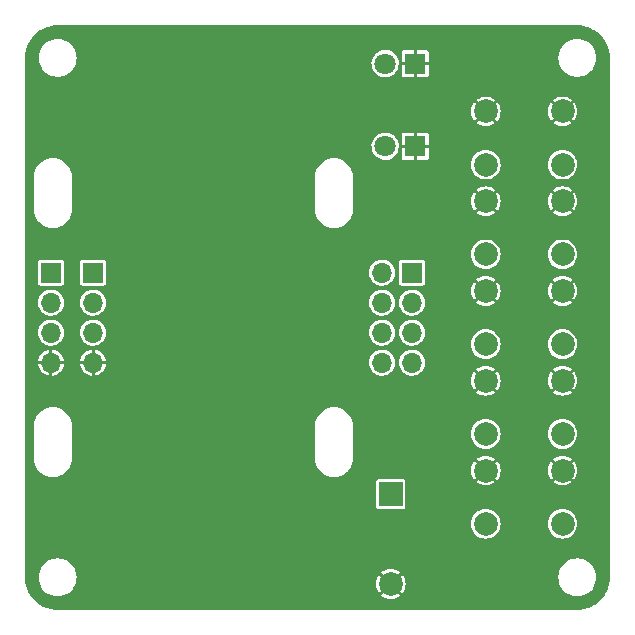
<source format=gtl>
%TF.GenerationSoftware,KiCad,Pcbnew,(6.0.2)*%
%TF.CreationDate,2022-03-15T19:18:54-04:00*%
%TF.ProjectId,Pi1541_Control_Pannel,50693135-3431-45f4-936f-6e74726f6c5f,1.0*%
%TF.SameCoordinates,Original*%
%TF.FileFunction,Copper,L1,Top*%
%TF.FilePolarity,Positive*%
%FSLAX46Y46*%
G04 Gerber Fmt 4.6, Leading zero omitted, Abs format (unit mm)*
G04 Created by KiCad (PCBNEW (6.0.2)) date 2022-03-15 19:18:54*
%MOMM*%
%LPD*%
G01*
G04 APERTURE LIST*
%TA.AperFunction,ComponentPad*%
%ADD10R,1.700000X1.700000*%
%TD*%
%TA.AperFunction,ComponentPad*%
%ADD11O,1.700000X1.700000*%
%TD*%
%TA.AperFunction,ComponentPad*%
%ADD12C,2.000000*%
%TD*%
%TA.AperFunction,ComponentPad*%
%ADD13R,2.000000X2.000000*%
%TD*%
%TA.AperFunction,ComponentPad*%
%ADD14R,1.800000X1.800000*%
%TD*%
%TA.AperFunction,ComponentPad*%
%ADD15C,1.800000*%
%TD*%
G04 APERTURE END LIST*
D10*
X129435000Y-76190000D03*
D11*
X129435000Y-78730000D03*
X129435000Y-81270000D03*
X129435000Y-83810000D03*
D12*
X166250000Y-74650000D03*
X172750000Y-74650000D03*
X172750000Y-70150000D03*
X166250000Y-70150000D03*
D13*
X158200000Y-94950000D03*
D12*
X158200000Y-102550000D03*
X166250000Y-82250000D03*
X172750000Y-82250000D03*
X166250000Y-77750000D03*
X172750000Y-77750000D03*
D14*
X160275000Y-65500000D03*
D15*
X157735000Y-65500000D03*
D12*
X172750000Y-67050000D03*
X166250000Y-67050000D03*
X166250000Y-62550000D03*
X172750000Y-62550000D03*
D14*
X160275000Y-58500000D03*
D15*
X157735000Y-58500000D03*
D12*
X166250000Y-89850000D03*
X172750000Y-89850000D03*
X172750000Y-85350000D03*
X166250000Y-85350000D03*
X172750000Y-97450000D03*
X166250000Y-97450000D03*
X166250000Y-92950000D03*
X172750000Y-92950000D03*
D10*
X160000000Y-76190000D03*
D11*
X157460000Y-76190000D03*
X160000000Y-78730000D03*
X157460000Y-78730000D03*
X160000000Y-81270000D03*
X157460000Y-81270000D03*
X160000000Y-83810000D03*
X157460000Y-83810000D03*
D10*
X133000000Y-76190000D03*
D11*
X133000000Y-78730000D03*
X133000000Y-81270000D03*
X133000000Y-83810000D03*
%TA.AperFunction,Conductor*%
G36*
X173981021Y-55255201D02*
G01*
X174000000Y-55258976D01*
X174011734Y-55256642D01*
X174027420Y-55255540D01*
X174303958Y-55271070D01*
X174310910Y-55271853D01*
X174463033Y-55297700D01*
X174607585Y-55322261D01*
X174614418Y-55323821D01*
X174753348Y-55363846D01*
X174903577Y-55407126D01*
X174910184Y-55409438D01*
X175148785Y-55508270D01*
X175188205Y-55524598D01*
X175194513Y-55527636D01*
X175457885Y-55673196D01*
X175463815Y-55676922D01*
X175709239Y-55851059D01*
X175714719Y-55855429D01*
X175939098Y-56055946D01*
X175944054Y-56060902D01*
X176144571Y-56285281D01*
X176148941Y-56290761D01*
X176323078Y-56536185D01*
X176326804Y-56542115D01*
X176412204Y-56696634D01*
X176472361Y-56805480D01*
X176475402Y-56811795D01*
X176575720Y-57053983D01*
X176590560Y-57089811D01*
X176592875Y-57096427D01*
X176676179Y-57385582D01*
X176677739Y-57392415D01*
X176728146Y-57689083D01*
X176728930Y-57696042D01*
X176739929Y-57891890D01*
X176744460Y-57972577D01*
X176743358Y-57988266D01*
X176741024Y-58000000D01*
X176742225Y-58006038D01*
X176744799Y-58018979D01*
X176746000Y-58031172D01*
X176746000Y-101968828D01*
X176744799Y-101981021D01*
X176741024Y-102000000D01*
X176743358Y-102011734D01*
X176744460Y-102027420D01*
X176728931Y-102303952D01*
X176728147Y-102310910D01*
X176718915Y-102365246D01*
X176677739Y-102607585D01*
X176676179Y-102614418D01*
X176592875Y-102903573D01*
X176590562Y-102910184D01*
X176574946Y-102947885D01*
X176475402Y-103188205D01*
X176472364Y-103194513D01*
X176339461Y-103434983D01*
X176326806Y-103457881D01*
X176323078Y-103463815D01*
X176148941Y-103709239D01*
X176144571Y-103714719D01*
X175944054Y-103939098D01*
X175939098Y-103944054D01*
X175714719Y-104144571D01*
X175709239Y-104148941D01*
X175463815Y-104323078D01*
X175457885Y-104326804D01*
X175194513Y-104472364D01*
X175188204Y-104475402D01*
X174910184Y-104590562D01*
X174903577Y-104592874D01*
X174789914Y-104625620D01*
X174614418Y-104676179D01*
X174607585Y-104677739D01*
X174463033Y-104702300D01*
X174310910Y-104728147D01*
X174303958Y-104728930D01*
X174027420Y-104744460D01*
X174011734Y-104743358D01*
X174000000Y-104741024D01*
X173993962Y-104742225D01*
X173981021Y-104744799D01*
X173968828Y-104746000D01*
X130031172Y-104746000D01*
X130018979Y-104744799D01*
X130006038Y-104742225D01*
X130000000Y-104741024D01*
X129988266Y-104743358D01*
X129972580Y-104744460D01*
X129696042Y-104728930D01*
X129689090Y-104728147D01*
X129536967Y-104702300D01*
X129392415Y-104677739D01*
X129385582Y-104676179D01*
X129210086Y-104625620D01*
X129096423Y-104592874D01*
X129089816Y-104590562D01*
X128811796Y-104475402D01*
X128805487Y-104472364D01*
X128542115Y-104326804D01*
X128536185Y-104323078D01*
X128290761Y-104148941D01*
X128285281Y-104144571D01*
X128060902Y-103944054D01*
X128055946Y-103939098D01*
X127855429Y-103714719D01*
X127851059Y-103709239D01*
X127676922Y-103463815D01*
X127673194Y-103457881D01*
X127660539Y-103434983D01*
X127527636Y-103194513D01*
X127524598Y-103188205D01*
X127425054Y-102947885D01*
X127409438Y-102910184D01*
X127407125Y-102903573D01*
X127323821Y-102614418D01*
X127322261Y-102607585D01*
X127281085Y-102365246D01*
X127271853Y-102310910D01*
X127271069Y-102303952D01*
X127255540Y-102027420D01*
X127256642Y-102011734D01*
X127258976Y-102000000D01*
X128390539Y-102000000D01*
X128410354Y-102251775D01*
X128469312Y-102497351D01*
X128470254Y-102499625D01*
X128565017Y-102728405D01*
X128565021Y-102728412D01*
X128565960Y-102730680D01*
X128567245Y-102732776D01*
X128567246Y-102732779D01*
X128570688Y-102738395D01*
X128697919Y-102946017D01*
X128861939Y-103138061D01*
X129053983Y-103302081D01*
X129269320Y-103434040D01*
X129271588Y-103434979D01*
X129271595Y-103434983D01*
X129466148Y-103515569D01*
X129502649Y-103530688D01*
X129748225Y-103589646D01*
X129804882Y-103594105D01*
X129935725Y-103604403D01*
X129935738Y-103604404D01*
X129936964Y-103604500D01*
X130063036Y-103604500D01*
X130064262Y-103604404D01*
X130064275Y-103604403D01*
X130195118Y-103594105D01*
X130251775Y-103589646D01*
X130497351Y-103530688D01*
X130512631Y-103524359D01*
X157410395Y-103524359D01*
X157412499Y-103529438D01*
X157568368Y-103638577D01*
X157573079Y-103641298D01*
X157766996Y-103731723D01*
X157772105Y-103733583D01*
X157978777Y-103788960D01*
X157984131Y-103789904D01*
X158197280Y-103808552D01*
X158202720Y-103808552D01*
X158415869Y-103789904D01*
X158421223Y-103788960D01*
X158627895Y-103733583D01*
X158633004Y-103731723D01*
X158826921Y-103641298D01*
X158831632Y-103638577D01*
X158984570Y-103531490D01*
X158989682Y-103523465D01*
X158988492Y-103518097D01*
X158208790Y-102738395D01*
X158200000Y-102734754D01*
X158191210Y-102738395D01*
X157414036Y-103515569D01*
X157410395Y-103524359D01*
X130512631Y-103524359D01*
X130533852Y-103515569D01*
X130728405Y-103434983D01*
X130728412Y-103434979D01*
X130730680Y-103434040D01*
X130946017Y-103302081D01*
X131138061Y-103138061D01*
X131302081Y-102946017D01*
X131429312Y-102738395D01*
X131432754Y-102732779D01*
X131432755Y-102732776D01*
X131434040Y-102730680D01*
X131434979Y-102728412D01*
X131434983Y-102728405D01*
X131507754Y-102552720D01*
X156941448Y-102552720D01*
X156960096Y-102765869D01*
X156961040Y-102771223D01*
X157016417Y-102977895D01*
X157018277Y-102983004D01*
X157108702Y-103176921D01*
X157111423Y-103181632D01*
X157218510Y-103334570D01*
X157226535Y-103339682D01*
X157231903Y-103338492D01*
X158011605Y-102558790D01*
X158015246Y-102550000D01*
X158384754Y-102550000D01*
X158388395Y-102558790D01*
X159165569Y-103335964D01*
X159174359Y-103339605D01*
X159179438Y-103337501D01*
X159288577Y-103181632D01*
X159291298Y-103176921D01*
X159381723Y-102983004D01*
X159383583Y-102977895D01*
X159438960Y-102771223D01*
X159439904Y-102765869D01*
X159458552Y-102552720D01*
X159458552Y-102547280D01*
X159439904Y-102334131D01*
X159438960Y-102328777D01*
X159383583Y-102122105D01*
X159381723Y-102116996D01*
X159327167Y-102000000D01*
X172390539Y-102000000D01*
X172410354Y-102251775D01*
X172469312Y-102497351D01*
X172470254Y-102499625D01*
X172565017Y-102728405D01*
X172565021Y-102728412D01*
X172565960Y-102730680D01*
X172567245Y-102732776D01*
X172567246Y-102732779D01*
X172570688Y-102738395D01*
X172697919Y-102946017D01*
X172861939Y-103138061D01*
X173053983Y-103302081D01*
X173269320Y-103434040D01*
X173271588Y-103434979D01*
X173271595Y-103434983D01*
X173466148Y-103515569D01*
X173502649Y-103530688D01*
X173748225Y-103589646D01*
X173804882Y-103594105D01*
X173935725Y-103604403D01*
X173935738Y-103604404D01*
X173936964Y-103604500D01*
X174063036Y-103604500D01*
X174064262Y-103604404D01*
X174064275Y-103604403D01*
X174195118Y-103594105D01*
X174251775Y-103589646D01*
X174497351Y-103530688D01*
X174533852Y-103515569D01*
X174728405Y-103434983D01*
X174728412Y-103434979D01*
X174730680Y-103434040D01*
X174946017Y-103302081D01*
X175138061Y-103138061D01*
X175302081Y-102946017D01*
X175429312Y-102738395D01*
X175432754Y-102732779D01*
X175432755Y-102732776D01*
X175434040Y-102730680D01*
X175434979Y-102728412D01*
X175434983Y-102728405D01*
X175529746Y-102499625D01*
X175530688Y-102497351D01*
X175589646Y-102251775D01*
X175609461Y-102000000D01*
X175589646Y-101748225D01*
X175530688Y-101502649D01*
X175512485Y-101458702D01*
X175434983Y-101271595D01*
X175434979Y-101271588D01*
X175434040Y-101269320D01*
X175302081Y-101053983D01*
X175138061Y-100861939D01*
X174946017Y-100697919D01*
X174730680Y-100565960D01*
X174728412Y-100565021D01*
X174728405Y-100565017D01*
X174499625Y-100470254D01*
X174499626Y-100470254D01*
X174497351Y-100469312D01*
X174251775Y-100410354D01*
X174195118Y-100405895D01*
X174064275Y-100395597D01*
X174064262Y-100395596D01*
X174063036Y-100395500D01*
X173936964Y-100395500D01*
X173935738Y-100395596D01*
X173935725Y-100395597D01*
X173804882Y-100405895D01*
X173748225Y-100410354D01*
X173502649Y-100469312D01*
X173500374Y-100470254D01*
X173500375Y-100470254D01*
X173271595Y-100565017D01*
X173271588Y-100565021D01*
X173269320Y-100565960D01*
X173053983Y-100697919D01*
X172861939Y-100861939D01*
X172697919Y-101053983D01*
X172565960Y-101269320D01*
X172565021Y-101271588D01*
X172565017Y-101271595D01*
X172487515Y-101458702D01*
X172469312Y-101502649D01*
X172410354Y-101748225D01*
X172390539Y-102000000D01*
X159327167Y-102000000D01*
X159291298Y-101923079D01*
X159288577Y-101918368D01*
X159181490Y-101765430D01*
X159173465Y-101760318D01*
X159168097Y-101761508D01*
X158388395Y-102541210D01*
X158384754Y-102550000D01*
X158015246Y-102550000D01*
X158011605Y-102541210D01*
X157234431Y-101764036D01*
X157225641Y-101760395D01*
X157220562Y-101762499D01*
X157111423Y-101918368D01*
X157108702Y-101923079D01*
X157018277Y-102116996D01*
X157016417Y-102122105D01*
X156961040Y-102328777D01*
X156960096Y-102334131D01*
X156941448Y-102547280D01*
X156941448Y-102552720D01*
X131507754Y-102552720D01*
X131529746Y-102499625D01*
X131530688Y-102497351D01*
X131589646Y-102251775D01*
X131609461Y-102000000D01*
X131589646Y-101748225D01*
X131548427Y-101576535D01*
X157410318Y-101576535D01*
X157411508Y-101581903D01*
X158191210Y-102361605D01*
X158200000Y-102365246D01*
X158208790Y-102361605D01*
X158985964Y-101584431D01*
X158989605Y-101575641D01*
X158987501Y-101570562D01*
X158831632Y-101461423D01*
X158826921Y-101458702D01*
X158633004Y-101368277D01*
X158627895Y-101366417D01*
X158421223Y-101311040D01*
X158415869Y-101310096D01*
X158202720Y-101291448D01*
X158197280Y-101291448D01*
X157984131Y-101310096D01*
X157978777Y-101311040D01*
X157772105Y-101366417D01*
X157766996Y-101368277D01*
X157573079Y-101458702D01*
X157568368Y-101461423D01*
X157415430Y-101568510D01*
X157410318Y-101576535D01*
X131548427Y-101576535D01*
X131530688Y-101502649D01*
X131512485Y-101458702D01*
X131434983Y-101271595D01*
X131434979Y-101271588D01*
X131434040Y-101269320D01*
X131302081Y-101053983D01*
X131138061Y-100861939D01*
X130946017Y-100697919D01*
X130730680Y-100565960D01*
X130728412Y-100565021D01*
X130728405Y-100565017D01*
X130499625Y-100470254D01*
X130499626Y-100470254D01*
X130497351Y-100469312D01*
X130251775Y-100410354D01*
X130195118Y-100405895D01*
X130064275Y-100395597D01*
X130064262Y-100395596D01*
X130063036Y-100395500D01*
X129936964Y-100395500D01*
X129935738Y-100395596D01*
X129935725Y-100395597D01*
X129804882Y-100405895D01*
X129748225Y-100410354D01*
X129502649Y-100469312D01*
X129500374Y-100470254D01*
X129500375Y-100470254D01*
X129271595Y-100565017D01*
X129271588Y-100565021D01*
X129269320Y-100565960D01*
X129053983Y-100697919D01*
X128861939Y-100861939D01*
X128697919Y-101053983D01*
X128565960Y-101269320D01*
X128565021Y-101271588D01*
X128565017Y-101271595D01*
X128487515Y-101458702D01*
X128469312Y-101502649D01*
X128410354Y-101748225D01*
X128390539Y-102000000D01*
X127258976Y-102000000D01*
X127255201Y-101981021D01*
X127254000Y-101968828D01*
X127254000Y-97450000D01*
X164990708Y-97450000D01*
X165009839Y-97668674D01*
X165066653Y-97880703D01*
X165159421Y-98079646D01*
X165160983Y-98081877D01*
X165160986Y-98081882D01*
X165272925Y-98241746D01*
X165285326Y-98259457D01*
X165440543Y-98414674D01*
X165442781Y-98416241D01*
X165618118Y-98539014D01*
X165618123Y-98539017D01*
X165620354Y-98540579D01*
X165819297Y-98633347D01*
X165821938Y-98634055D01*
X165821939Y-98634055D01*
X166028690Y-98689455D01*
X166028694Y-98689456D01*
X166031326Y-98690161D01*
X166034042Y-98690399D01*
X166034044Y-98690399D01*
X166247280Y-98709054D01*
X166250000Y-98709292D01*
X166252720Y-98709054D01*
X166465956Y-98690399D01*
X166465958Y-98690399D01*
X166468674Y-98690161D01*
X166471306Y-98689456D01*
X166471310Y-98689455D01*
X166678061Y-98634055D01*
X166678062Y-98634055D01*
X166680703Y-98633347D01*
X166879646Y-98540579D01*
X166881877Y-98539017D01*
X166881882Y-98539014D01*
X167057219Y-98416241D01*
X167059457Y-98414674D01*
X167214674Y-98259457D01*
X167227075Y-98241746D01*
X167339014Y-98081882D01*
X167339017Y-98081877D01*
X167340579Y-98079646D01*
X167433347Y-97880703D01*
X167490161Y-97668674D01*
X167509292Y-97450000D01*
X171490708Y-97450000D01*
X171509839Y-97668674D01*
X171566653Y-97880703D01*
X171659421Y-98079646D01*
X171660983Y-98081877D01*
X171660986Y-98081882D01*
X171772925Y-98241746D01*
X171785326Y-98259457D01*
X171940543Y-98414674D01*
X171942781Y-98416241D01*
X172118118Y-98539014D01*
X172118123Y-98539017D01*
X172120354Y-98540579D01*
X172319297Y-98633347D01*
X172321938Y-98634055D01*
X172321939Y-98634055D01*
X172528690Y-98689455D01*
X172528694Y-98689456D01*
X172531326Y-98690161D01*
X172534042Y-98690399D01*
X172534044Y-98690399D01*
X172747280Y-98709054D01*
X172750000Y-98709292D01*
X172752720Y-98709054D01*
X172965956Y-98690399D01*
X172965958Y-98690399D01*
X172968674Y-98690161D01*
X172971306Y-98689456D01*
X172971310Y-98689455D01*
X173178061Y-98634055D01*
X173178062Y-98634055D01*
X173180703Y-98633347D01*
X173379646Y-98540579D01*
X173381877Y-98539017D01*
X173381882Y-98539014D01*
X173557219Y-98416241D01*
X173559457Y-98414674D01*
X173714674Y-98259457D01*
X173727075Y-98241746D01*
X173839014Y-98081882D01*
X173839017Y-98081877D01*
X173840579Y-98079646D01*
X173933347Y-97880703D01*
X173990161Y-97668674D01*
X174009292Y-97450000D01*
X173990161Y-97231326D01*
X173933347Y-97019297D01*
X173840579Y-96820354D01*
X173839017Y-96818123D01*
X173839014Y-96818118D01*
X173716241Y-96642781D01*
X173714674Y-96640543D01*
X173559457Y-96485326D01*
X173541746Y-96472925D01*
X173381882Y-96360986D01*
X173381877Y-96360983D01*
X173379646Y-96359421D01*
X173180703Y-96266653D01*
X173178061Y-96265945D01*
X172971310Y-96210545D01*
X172971306Y-96210544D01*
X172968674Y-96209839D01*
X172965958Y-96209601D01*
X172965956Y-96209601D01*
X172752720Y-96190946D01*
X172750000Y-96190708D01*
X172747280Y-96190946D01*
X172534044Y-96209601D01*
X172534042Y-96209601D01*
X172531326Y-96209839D01*
X172528694Y-96210544D01*
X172528690Y-96210545D01*
X172321939Y-96265945D01*
X172319297Y-96266653D01*
X172120354Y-96359421D01*
X172118123Y-96360983D01*
X172118118Y-96360986D01*
X171958254Y-96472925D01*
X171940543Y-96485326D01*
X171785326Y-96640543D01*
X171783759Y-96642781D01*
X171660986Y-96818118D01*
X171660983Y-96818123D01*
X171659421Y-96820354D01*
X171566653Y-97019297D01*
X171509839Y-97231326D01*
X171490708Y-97450000D01*
X167509292Y-97450000D01*
X167490161Y-97231326D01*
X167433347Y-97019297D01*
X167340579Y-96820354D01*
X167339017Y-96818123D01*
X167339014Y-96818118D01*
X167216241Y-96642781D01*
X167214674Y-96640543D01*
X167059457Y-96485326D01*
X167041746Y-96472925D01*
X166881882Y-96360986D01*
X166881877Y-96360983D01*
X166879646Y-96359421D01*
X166680703Y-96266653D01*
X166678061Y-96265945D01*
X166471310Y-96210545D01*
X166471306Y-96210544D01*
X166468674Y-96209839D01*
X166465958Y-96209601D01*
X166465956Y-96209601D01*
X166252720Y-96190946D01*
X166250000Y-96190708D01*
X166247280Y-96190946D01*
X166034044Y-96209601D01*
X166034042Y-96209601D01*
X166031326Y-96209839D01*
X166028694Y-96210544D01*
X166028690Y-96210545D01*
X165821939Y-96265945D01*
X165819297Y-96266653D01*
X165620354Y-96359421D01*
X165618123Y-96360983D01*
X165618118Y-96360986D01*
X165458254Y-96472925D01*
X165440543Y-96485326D01*
X165285326Y-96640543D01*
X165283759Y-96642781D01*
X165160986Y-96818118D01*
X165160983Y-96818123D01*
X165159421Y-96820354D01*
X165066653Y-97019297D01*
X165009839Y-97231326D01*
X164990708Y-97450000D01*
X127254000Y-97450000D01*
X127254000Y-93924933D01*
X156945500Y-93924933D01*
X156945501Y-95975066D01*
X156960266Y-96049301D01*
X157016516Y-96133484D01*
X157021633Y-96136903D01*
X157095580Y-96186314D01*
X157095582Y-96186315D01*
X157100699Y-96189734D01*
X157133753Y-96196309D01*
X157171920Y-96203901D01*
X157171923Y-96203901D01*
X157174933Y-96204500D01*
X158200000Y-96204500D01*
X159225066Y-96204499D01*
X159228075Y-96203900D01*
X159228080Y-96203900D01*
X159293263Y-96190935D01*
X159299301Y-96189734D01*
X159383484Y-96133484D01*
X159439734Y-96049301D01*
X159454500Y-95975067D01*
X159454499Y-93924934D01*
X159454385Y-93924359D01*
X165460395Y-93924359D01*
X165462499Y-93929438D01*
X165618368Y-94038577D01*
X165623079Y-94041298D01*
X165816996Y-94131723D01*
X165822105Y-94133583D01*
X166028777Y-94188960D01*
X166034131Y-94189904D01*
X166247280Y-94208552D01*
X166252720Y-94208552D01*
X166465869Y-94189904D01*
X166471223Y-94188960D01*
X166677895Y-94133583D01*
X166683004Y-94131723D01*
X166876921Y-94041298D01*
X166881632Y-94038577D01*
X167034570Y-93931490D01*
X167039113Y-93924359D01*
X171960395Y-93924359D01*
X171962499Y-93929438D01*
X172118368Y-94038577D01*
X172123079Y-94041298D01*
X172316996Y-94131723D01*
X172322105Y-94133583D01*
X172528777Y-94188960D01*
X172534131Y-94189904D01*
X172747280Y-94208552D01*
X172752720Y-94208552D01*
X172965869Y-94189904D01*
X172971223Y-94188960D01*
X173177895Y-94133583D01*
X173183004Y-94131723D01*
X173376921Y-94041298D01*
X173381632Y-94038577D01*
X173534570Y-93931490D01*
X173539682Y-93923465D01*
X173538492Y-93918097D01*
X172758790Y-93138395D01*
X172750000Y-93134754D01*
X172741210Y-93138395D01*
X171964036Y-93915569D01*
X171960395Y-93924359D01*
X167039113Y-93924359D01*
X167039682Y-93923465D01*
X167038492Y-93918097D01*
X166258790Y-93138395D01*
X166250000Y-93134754D01*
X166241210Y-93138395D01*
X165464036Y-93915569D01*
X165460395Y-93924359D01*
X159454385Y-93924359D01*
X159453140Y-93918097D01*
X159440935Y-93856737D01*
X159439734Y-93850699D01*
X159383484Y-93766516D01*
X159343325Y-93739682D01*
X159304420Y-93713686D01*
X159304418Y-93713685D01*
X159299301Y-93710266D01*
X159266247Y-93703691D01*
X159228080Y-93696099D01*
X159228077Y-93696099D01*
X159225067Y-93695500D01*
X159221996Y-93695500D01*
X158200001Y-93695501D01*
X157174934Y-93695501D01*
X157171925Y-93696100D01*
X157171920Y-93696100D01*
X157106737Y-93709065D01*
X157100699Y-93710266D01*
X157016516Y-93766516D01*
X156960266Y-93850699D01*
X156959065Y-93856737D01*
X156959065Y-93856738D01*
X156946860Y-93918097D01*
X156945500Y-93924933D01*
X127254000Y-93924933D01*
X127254000Y-91963036D01*
X127995500Y-91963036D01*
X127995596Y-91964262D01*
X127995597Y-91964275D01*
X128005895Y-92095118D01*
X128010354Y-92151775D01*
X128069312Y-92397351D01*
X128070254Y-92399625D01*
X128165017Y-92628405D01*
X128165021Y-92628412D01*
X128165960Y-92630680D01*
X128297919Y-92846017D01*
X128461939Y-93038061D01*
X128653983Y-93202081D01*
X128869320Y-93334040D01*
X128871588Y-93334979D01*
X128871595Y-93334983D01*
X129076145Y-93419710D01*
X129102649Y-93430688D01*
X129348225Y-93489646D01*
X129600000Y-93509461D01*
X129851775Y-93489646D01*
X130097351Y-93430688D01*
X130123855Y-93419710D01*
X130328405Y-93334983D01*
X130328412Y-93334979D01*
X130330680Y-93334040D01*
X130546017Y-93202081D01*
X130738061Y-93038061D01*
X130902081Y-92846017D01*
X131034040Y-92630680D01*
X131034979Y-92628412D01*
X131034983Y-92628405D01*
X131129746Y-92399625D01*
X131130688Y-92397351D01*
X131189646Y-92151775D01*
X131194105Y-92095118D01*
X131204403Y-91964275D01*
X131204404Y-91964262D01*
X131204500Y-91963036D01*
X151795500Y-91963036D01*
X151795596Y-91964262D01*
X151795597Y-91964275D01*
X151805895Y-92095118D01*
X151810354Y-92151775D01*
X151869312Y-92397351D01*
X151870254Y-92399625D01*
X151965017Y-92628405D01*
X151965021Y-92628412D01*
X151965960Y-92630680D01*
X152097919Y-92846017D01*
X152261939Y-93038061D01*
X152453983Y-93202081D01*
X152669320Y-93334040D01*
X152671588Y-93334979D01*
X152671595Y-93334983D01*
X152876145Y-93419710D01*
X152902649Y-93430688D01*
X153148225Y-93489646D01*
X153400000Y-93509461D01*
X153651775Y-93489646D01*
X153897351Y-93430688D01*
X153923855Y-93419710D01*
X154128405Y-93334983D01*
X154128412Y-93334979D01*
X154130680Y-93334040D01*
X154346017Y-93202081D01*
X154538061Y-93038061D01*
X154610949Y-92952720D01*
X164991448Y-92952720D01*
X165010096Y-93165869D01*
X165011040Y-93171223D01*
X165066417Y-93377895D01*
X165068277Y-93383004D01*
X165158702Y-93576921D01*
X165161423Y-93581632D01*
X165268510Y-93734570D01*
X165276535Y-93739682D01*
X165281903Y-93738492D01*
X166061605Y-92958790D01*
X166065246Y-92950000D01*
X166434754Y-92950000D01*
X166438395Y-92958790D01*
X167215569Y-93735964D01*
X167224359Y-93739605D01*
X167229438Y-93737501D01*
X167338577Y-93581632D01*
X167341298Y-93576921D01*
X167431723Y-93383004D01*
X167433583Y-93377895D01*
X167488960Y-93171223D01*
X167489904Y-93165869D01*
X167508552Y-92952720D01*
X171491448Y-92952720D01*
X171510096Y-93165869D01*
X171511040Y-93171223D01*
X171566417Y-93377895D01*
X171568277Y-93383004D01*
X171658702Y-93576921D01*
X171661423Y-93581632D01*
X171768510Y-93734570D01*
X171776535Y-93739682D01*
X171781903Y-93738492D01*
X172561605Y-92958790D01*
X172565246Y-92950000D01*
X172934754Y-92950000D01*
X172938395Y-92958790D01*
X173715569Y-93735964D01*
X173724359Y-93739605D01*
X173729438Y-93737501D01*
X173838577Y-93581632D01*
X173841298Y-93576921D01*
X173931723Y-93383004D01*
X173933583Y-93377895D01*
X173988960Y-93171223D01*
X173989904Y-93165869D01*
X174008552Y-92952720D01*
X174008552Y-92947280D01*
X173989904Y-92734131D01*
X173988960Y-92728777D01*
X173933583Y-92522105D01*
X173931723Y-92516996D01*
X173841298Y-92323079D01*
X173838577Y-92318368D01*
X173731490Y-92165430D01*
X173723465Y-92160318D01*
X173718097Y-92161508D01*
X172938395Y-92941210D01*
X172934754Y-92950000D01*
X172565246Y-92950000D01*
X172561605Y-92941210D01*
X171784431Y-92164036D01*
X171775641Y-92160395D01*
X171770562Y-92162499D01*
X171661423Y-92318368D01*
X171658702Y-92323079D01*
X171568277Y-92516996D01*
X171566417Y-92522105D01*
X171511040Y-92728777D01*
X171510096Y-92734131D01*
X171491448Y-92947280D01*
X171491448Y-92952720D01*
X167508552Y-92952720D01*
X167508552Y-92947280D01*
X167489904Y-92734131D01*
X167488960Y-92728777D01*
X167433583Y-92522105D01*
X167431723Y-92516996D01*
X167341298Y-92323079D01*
X167338577Y-92318368D01*
X167231490Y-92165430D01*
X167223465Y-92160318D01*
X167218097Y-92161508D01*
X166438395Y-92941210D01*
X166434754Y-92950000D01*
X166065246Y-92950000D01*
X166061605Y-92941210D01*
X165284431Y-92164036D01*
X165275641Y-92160395D01*
X165270562Y-92162499D01*
X165161423Y-92318368D01*
X165158702Y-92323079D01*
X165068277Y-92516996D01*
X165066417Y-92522105D01*
X165011040Y-92728777D01*
X165010096Y-92734131D01*
X164991448Y-92947280D01*
X164991448Y-92952720D01*
X154610949Y-92952720D01*
X154702081Y-92846017D01*
X154834040Y-92630680D01*
X154834979Y-92628412D01*
X154834983Y-92628405D01*
X154929746Y-92399625D01*
X154930688Y-92397351D01*
X154989646Y-92151775D01*
X154994105Y-92095118D01*
X155003438Y-91976535D01*
X165460318Y-91976535D01*
X165461508Y-91981903D01*
X166241210Y-92761605D01*
X166250000Y-92765246D01*
X166258790Y-92761605D01*
X167035964Y-91984431D01*
X167039235Y-91976535D01*
X171960318Y-91976535D01*
X171961508Y-91981903D01*
X172741210Y-92761605D01*
X172750000Y-92765246D01*
X172758790Y-92761605D01*
X173535964Y-91984431D01*
X173539605Y-91975641D01*
X173537501Y-91970562D01*
X173381632Y-91861423D01*
X173376921Y-91858702D01*
X173183004Y-91768277D01*
X173177895Y-91766417D01*
X172971223Y-91711040D01*
X172965869Y-91710096D01*
X172752720Y-91691448D01*
X172747280Y-91691448D01*
X172534131Y-91710096D01*
X172528777Y-91711040D01*
X172322105Y-91766417D01*
X172316996Y-91768277D01*
X172123079Y-91858702D01*
X172118368Y-91861423D01*
X171965430Y-91968510D01*
X171960318Y-91976535D01*
X167039235Y-91976535D01*
X167039605Y-91975641D01*
X167037501Y-91970562D01*
X166881632Y-91861423D01*
X166876921Y-91858702D01*
X166683004Y-91768277D01*
X166677895Y-91766417D01*
X166471223Y-91711040D01*
X166465869Y-91710096D01*
X166252720Y-91691448D01*
X166247280Y-91691448D01*
X166034131Y-91710096D01*
X166028777Y-91711040D01*
X165822105Y-91766417D01*
X165816996Y-91768277D01*
X165623079Y-91858702D01*
X165618368Y-91861423D01*
X165465430Y-91968510D01*
X165460318Y-91976535D01*
X155003438Y-91976535D01*
X155004403Y-91964275D01*
X155004404Y-91964262D01*
X155004500Y-91963036D01*
X155004500Y-89850000D01*
X164990708Y-89850000D01*
X165009839Y-90068674D01*
X165066653Y-90280703D01*
X165159421Y-90479646D01*
X165160983Y-90481877D01*
X165160986Y-90481882D01*
X165272925Y-90641746D01*
X165285326Y-90659457D01*
X165440543Y-90814674D01*
X165442781Y-90816241D01*
X165618118Y-90939014D01*
X165618123Y-90939017D01*
X165620354Y-90940579D01*
X165819297Y-91033347D01*
X165821938Y-91034055D01*
X165821939Y-91034055D01*
X166028690Y-91089455D01*
X166028694Y-91089456D01*
X166031326Y-91090161D01*
X166034042Y-91090399D01*
X166034044Y-91090399D01*
X166247280Y-91109054D01*
X166250000Y-91109292D01*
X166252720Y-91109054D01*
X166465956Y-91090399D01*
X166465958Y-91090399D01*
X166468674Y-91090161D01*
X166471306Y-91089456D01*
X166471310Y-91089455D01*
X166678061Y-91034055D01*
X166678062Y-91034055D01*
X166680703Y-91033347D01*
X166879646Y-90940579D01*
X166881877Y-90939017D01*
X166881882Y-90939014D01*
X167057219Y-90816241D01*
X167059457Y-90814674D01*
X167214674Y-90659457D01*
X167227075Y-90641746D01*
X167339014Y-90481882D01*
X167339017Y-90481877D01*
X167340579Y-90479646D01*
X167433347Y-90280703D01*
X167490161Y-90068674D01*
X167509292Y-89850000D01*
X171490708Y-89850000D01*
X171509839Y-90068674D01*
X171566653Y-90280703D01*
X171659421Y-90479646D01*
X171660983Y-90481877D01*
X171660986Y-90481882D01*
X171772925Y-90641746D01*
X171785326Y-90659457D01*
X171940543Y-90814674D01*
X171942781Y-90816241D01*
X172118118Y-90939014D01*
X172118123Y-90939017D01*
X172120354Y-90940579D01*
X172319297Y-91033347D01*
X172321938Y-91034055D01*
X172321939Y-91034055D01*
X172528690Y-91089455D01*
X172528694Y-91089456D01*
X172531326Y-91090161D01*
X172534042Y-91090399D01*
X172534044Y-91090399D01*
X172747280Y-91109054D01*
X172750000Y-91109292D01*
X172752720Y-91109054D01*
X172965956Y-91090399D01*
X172965958Y-91090399D01*
X172968674Y-91090161D01*
X172971306Y-91089456D01*
X172971310Y-91089455D01*
X173178061Y-91034055D01*
X173178062Y-91034055D01*
X173180703Y-91033347D01*
X173379646Y-90940579D01*
X173381877Y-90939017D01*
X173381882Y-90939014D01*
X173557219Y-90816241D01*
X173559457Y-90814674D01*
X173714674Y-90659457D01*
X173727075Y-90641746D01*
X173839014Y-90481882D01*
X173839017Y-90481877D01*
X173840579Y-90479646D01*
X173933347Y-90280703D01*
X173990161Y-90068674D01*
X174009292Y-89850000D01*
X173990161Y-89631326D01*
X173933347Y-89419297D01*
X173840579Y-89220354D01*
X173839017Y-89218123D01*
X173839014Y-89218118D01*
X173716241Y-89042781D01*
X173714674Y-89040543D01*
X173559457Y-88885326D01*
X173541746Y-88872925D01*
X173381882Y-88760986D01*
X173381877Y-88760983D01*
X173379646Y-88759421D01*
X173180703Y-88666653D01*
X173178061Y-88665945D01*
X172971310Y-88610545D01*
X172971306Y-88610544D01*
X172968674Y-88609839D01*
X172965958Y-88609601D01*
X172965956Y-88609601D01*
X172752720Y-88590946D01*
X172750000Y-88590708D01*
X172747280Y-88590946D01*
X172534044Y-88609601D01*
X172534042Y-88609601D01*
X172531326Y-88609839D01*
X172528694Y-88610544D01*
X172528690Y-88610545D01*
X172321939Y-88665945D01*
X172319297Y-88666653D01*
X172120354Y-88759421D01*
X172118123Y-88760983D01*
X172118118Y-88760986D01*
X171958254Y-88872925D01*
X171940543Y-88885326D01*
X171785326Y-89040543D01*
X171783759Y-89042781D01*
X171660986Y-89218118D01*
X171660983Y-89218123D01*
X171659421Y-89220354D01*
X171566653Y-89419297D01*
X171509839Y-89631326D01*
X171490708Y-89850000D01*
X167509292Y-89850000D01*
X167490161Y-89631326D01*
X167433347Y-89419297D01*
X167340579Y-89220354D01*
X167339017Y-89218123D01*
X167339014Y-89218118D01*
X167216241Y-89042781D01*
X167214674Y-89040543D01*
X167059457Y-88885326D01*
X167041746Y-88872925D01*
X166881882Y-88760986D01*
X166881877Y-88760983D01*
X166879646Y-88759421D01*
X166680703Y-88666653D01*
X166678061Y-88665945D01*
X166471310Y-88610545D01*
X166471306Y-88610544D01*
X166468674Y-88609839D01*
X166465958Y-88609601D01*
X166465956Y-88609601D01*
X166252720Y-88590946D01*
X166250000Y-88590708D01*
X166247280Y-88590946D01*
X166034044Y-88609601D01*
X166034042Y-88609601D01*
X166031326Y-88609839D01*
X166028694Y-88610544D01*
X166028690Y-88610545D01*
X165821939Y-88665945D01*
X165819297Y-88666653D01*
X165620354Y-88759421D01*
X165618123Y-88760983D01*
X165618118Y-88760986D01*
X165458254Y-88872925D01*
X165440543Y-88885326D01*
X165285326Y-89040543D01*
X165283759Y-89042781D01*
X165160986Y-89218118D01*
X165160983Y-89218123D01*
X165159421Y-89220354D01*
X165066653Y-89419297D01*
X165009839Y-89631326D01*
X164990708Y-89850000D01*
X155004500Y-89850000D01*
X155004500Y-89136964D01*
X155004404Y-89135738D01*
X155004403Y-89135725D01*
X154989839Y-88950680D01*
X154989646Y-88948225D01*
X154930688Y-88702649D01*
X154915485Y-88665945D01*
X154834983Y-88471595D01*
X154834979Y-88471588D01*
X154834040Y-88469320D01*
X154702081Y-88253983D01*
X154538061Y-88061939D01*
X154346017Y-87897919D01*
X154130680Y-87765960D01*
X154128412Y-87765021D01*
X154128405Y-87765017D01*
X153899625Y-87670254D01*
X153899626Y-87670254D01*
X153897351Y-87669312D01*
X153651775Y-87610354D01*
X153400000Y-87590539D01*
X153148225Y-87610354D01*
X152902649Y-87669312D01*
X152900374Y-87670254D01*
X152900375Y-87670254D01*
X152671595Y-87765017D01*
X152671588Y-87765021D01*
X152669320Y-87765960D01*
X152453983Y-87897919D01*
X152261939Y-88061939D01*
X152097919Y-88253983D01*
X151965960Y-88469320D01*
X151965021Y-88471588D01*
X151965017Y-88471595D01*
X151884515Y-88665945D01*
X151869312Y-88702649D01*
X151810354Y-88948225D01*
X151810161Y-88950680D01*
X151795597Y-89135725D01*
X151795596Y-89135738D01*
X151795500Y-89136964D01*
X151795500Y-91963036D01*
X131204500Y-91963036D01*
X131204500Y-89136964D01*
X131204404Y-89135738D01*
X131204403Y-89135725D01*
X131189839Y-88950680D01*
X131189646Y-88948225D01*
X131130688Y-88702649D01*
X131115485Y-88665945D01*
X131034983Y-88471595D01*
X131034979Y-88471588D01*
X131034040Y-88469320D01*
X130902081Y-88253983D01*
X130738061Y-88061939D01*
X130546017Y-87897919D01*
X130330680Y-87765960D01*
X130328412Y-87765021D01*
X130328405Y-87765017D01*
X130099625Y-87670254D01*
X130099626Y-87670254D01*
X130097351Y-87669312D01*
X129851775Y-87610354D01*
X129600000Y-87590539D01*
X129348225Y-87610354D01*
X129102649Y-87669312D01*
X129100374Y-87670254D01*
X129100375Y-87670254D01*
X128871595Y-87765017D01*
X128871588Y-87765021D01*
X128869320Y-87765960D01*
X128653983Y-87897919D01*
X128461939Y-88061939D01*
X128297919Y-88253983D01*
X128165960Y-88469320D01*
X128165021Y-88471588D01*
X128165017Y-88471595D01*
X128084515Y-88665945D01*
X128069312Y-88702649D01*
X128010354Y-88948225D01*
X128010161Y-88950680D01*
X127995597Y-89135725D01*
X127995596Y-89135738D01*
X127995500Y-89136964D01*
X127995500Y-91963036D01*
X127254000Y-91963036D01*
X127254000Y-86324359D01*
X165460395Y-86324359D01*
X165462499Y-86329438D01*
X165618368Y-86438577D01*
X165623079Y-86441298D01*
X165816996Y-86531723D01*
X165822105Y-86533583D01*
X166028777Y-86588960D01*
X166034131Y-86589904D01*
X166247280Y-86608552D01*
X166252720Y-86608552D01*
X166465869Y-86589904D01*
X166471223Y-86588960D01*
X166677895Y-86533583D01*
X166683004Y-86531723D01*
X166876921Y-86441298D01*
X166881632Y-86438577D01*
X167034570Y-86331490D01*
X167039113Y-86324359D01*
X171960395Y-86324359D01*
X171962499Y-86329438D01*
X172118368Y-86438577D01*
X172123079Y-86441298D01*
X172316996Y-86531723D01*
X172322105Y-86533583D01*
X172528777Y-86588960D01*
X172534131Y-86589904D01*
X172747280Y-86608552D01*
X172752720Y-86608552D01*
X172965869Y-86589904D01*
X172971223Y-86588960D01*
X173177895Y-86533583D01*
X173183004Y-86531723D01*
X173376921Y-86441298D01*
X173381632Y-86438577D01*
X173534570Y-86331490D01*
X173539682Y-86323465D01*
X173538492Y-86318097D01*
X172758790Y-85538395D01*
X172750000Y-85534754D01*
X172741210Y-85538395D01*
X171964036Y-86315569D01*
X171960395Y-86324359D01*
X167039113Y-86324359D01*
X167039682Y-86323465D01*
X167038492Y-86318097D01*
X166258790Y-85538395D01*
X166250000Y-85534754D01*
X166241210Y-85538395D01*
X165464036Y-86315569D01*
X165460395Y-86324359D01*
X127254000Y-86324359D01*
X127254000Y-85352720D01*
X164991448Y-85352720D01*
X165010096Y-85565869D01*
X165011040Y-85571223D01*
X165066417Y-85777895D01*
X165068277Y-85783004D01*
X165158702Y-85976921D01*
X165161423Y-85981632D01*
X165268510Y-86134570D01*
X165276535Y-86139682D01*
X165281903Y-86138492D01*
X166061605Y-85358790D01*
X166065246Y-85350000D01*
X166434754Y-85350000D01*
X166438395Y-85358790D01*
X167215569Y-86135964D01*
X167224359Y-86139605D01*
X167229438Y-86137501D01*
X167338577Y-85981632D01*
X167341298Y-85976921D01*
X167431723Y-85783004D01*
X167433583Y-85777895D01*
X167488960Y-85571223D01*
X167489904Y-85565869D01*
X167508552Y-85352720D01*
X171491448Y-85352720D01*
X171510096Y-85565869D01*
X171511040Y-85571223D01*
X171566417Y-85777895D01*
X171568277Y-85783004D01*
X171658702Y-85976921D01*
X171661423Y-85981632D01*
X171768510Y-86134570D01*
X171776535Y-86139682D01*
X171781903Y-86138492D01*
X172561605Y-85358790D01*
X172565246Y-85350000D01*
X172934754Y-85350000D01*
X172938395Y-85358790D01*
X173715569Y-86135964D01*
X173724359Y-86139605D01*
X173729438Y-86137501D01*
X173838577Y-85981632D01*
X173841298Y-85976921D01*
X173931723Y-85783004D01*
X173933583Y-85777895D01*
X173988960Y-85571223D01*
X173989904Y-85565869D01*
X174008552Y-85352720D01*
X174008552Y-85347280D01*
X173989904Y-85134131D01*
X173988960Y-85128777D01*
X173933583Y-84922105D01*
X173931723Y-84916996D01*
X173841298Y-84723079D01*
X173838577Y-84718368D01*
X173731490Y-84565430D01*
X173723465Y-84560318D01*
X173718097Y-84561508D01*
X172938395Y-85341210D01*
X172934754Y-85350000D01*
X172565246Y-85350000D01*
X172561605Y-85341210D01*
X171784431Y-84564036D01*
X171775641Y-84560395D01*
X171770562Y-84562499D01*
X171661423Y-84718368D01*
X171658702Y-84723079D01*
X171568277Y-84916996D01*
X171566417Y-84922105D01*
X171511040Y-85128777D01*
X171510096Y-85134131D01*
X171491448Y-85347280D01*
X171491448Y-85352720D01*
X167508552Y-85352720D01*
X167508552Y-85347280D01*
X167489904Y-85134131D01*
X167488960Y-85128777D01*
X167433583Y-84922105D01*
X167431723Y-84916996D01*
X167341298Y-84723079D01*
X167338577Y-84718368D01*
X167231490Y-84565430D01*
X167223465Y-84560318D01*
X167218097Y-84561508D01*
X166438395Y-85341210D01*
X166434754Y-85350000D01*
X166065246Y-85350000D01*
X166061605Y-85341210D01*
X165284431Y-84564036D01*
X165275641Y-84560395D01*
X165270562Y-84562499D01*
X165161423Y-84718368D01*
X165158702Y-84723079D01*
X165068277Y-84916996D01*
X165066417Y-84922105D01*
X165011040Y-85128777D01*
X165010096Y-85134131D01*
X164991448Y-85347280D01*
X164991448Y-85352720D01*
X127254000Y-85352720D01*
X127254000Y-83950471D01*
X128337759Y-83950471D01*
X128339732Y-83980581D01*
X128340626Y-83986224D01*
X128389159Y-84177323D01*
X128391066Y-84182707D01*
X128473612Y-84361761D01*
X128476468Y-84366708D01*
X128590257Y-84527717D01*
X128593970Y-84532065D01*
X128735203Y-84669647D01*
X128739636Y-84673236D01*
X128903576Y-84782778D01*
X128908598Y-84785504D01*
X129089744Y-84863331D01*
X129095183Y-84865098D01*
X129287492Y-84908614D01*
X129293141Y-84909357D01*
X129295577Y-84909453D01*
X129303827Y-84906409D01*
X129308000Y-84896869D01*
X129308000Y-84894779D01*
X129562000Y-84894779D01*
X129565641Y-84903569D01*
X129571208Y-84905875D01*
X129690992Y-84888507D01*
X129696541Y-84887175D01*
X129883247Y-84823796D01*
X129888460Y-84821475D01*
X130060492Y-84725133D01*
X130065194Y-84721902D01*
X130216793Y-84595819D01*
X130220819Y-84591793D01*
X130346902Y-84440194D01*
X130350133Y-84435492D01*
X130446475Y-84263460D01*
X130448796Y-84258247D01*
X130512175Y-84071541D01*
X130513507Y-84065992D01*
X130530257Y-83950471D01*
X131902759Y-83950471D01*
X131904732Y-83980581D01*
X131905626Y-83986224D01*
X131954159Y-84177323D01*
X131956066Y-84182707D01*
X132038612Y-84361761D01*
X132041468Y-84366708D01*
X132155257Y-84527717D01*
X132158970Y-84532065D01*
X132300203Y-84669647D01*
X132304636Y-84673236D01*
X132468576Y-84782778D01*
X132473598Y-84785504D01*
X132654744Y-84863331D01*
X132660183Y-84865098D01*
X132852492Y-84908614D01*
X132858141Y-84909357D01*
X132860577Y-84909453D01*
X132868827Y-84906409D01*
X132873000Y-84896869D01*
X132873000Y-84894779D01*
X133127000Y-84894779D01*
X133130641Y-84903569D01*
X133136208Y-84905875D01*
X133255992Y-84888507D01*
X133261541Y-84887175D01*
X133448247Y-84823796D01*
X133453460Y-84821475D01*
X133625492Y-84725133D01*
X133630194Y-84721902D01*
X133781793Y-84595819D01*
X133785819Y-84591793D01*
X133911902Y-84440194D01*
X133915133Y-84435492D01*
X134011475Y-84263460D01*
X134013796Y-84258247D01*
X134077175Y-84071541D01*
X134078507Y-84065992D01*
X134095426Y-83949304D01*
X134093084Y-83940082D01*
X134087904Y-83937000D01*
X133139431Y-83937000D01*
X133130641Y-83940641D01*
X133127000Y-83949431D01*
X133127000Y-84894779D01*
X132873000Y-84894779D01*
X132873000Y-83949431D01*
X132869359Y-83940641D01*
X132860569Y-83937000D01*
X131914307Y-83937000D01*
X131906632Y-83940179D01*
X131902759Y-83950471D01*
X130530257Y-83950471D01*
X130530426Y-83949304D01*
X130528084Y-83940082D01*
X130522904Y-83937000D01*
X129574431Y-83937000D01*
X129565641Y-83940641D01*
X129562000Y-83949431D01*
X129562000Y-84894779D01*
X129308000Y-84894779D01*
X129308000Y-83949431D01*
X129304359Y-83940641D01*
X129295569Y-83937000D01*
X128349307Y-83937000D01*
X128341632Y-83940179D01*
X128337759Y-83950471D01*
X127254000Y-83950471D01*
X127254000Y-83780964D01*
X156351148Y-83780964D01*
X156351336Y-83783828D01*
X156362190Y-83949431D01*
X156364424Y-83983522D01*
X156414392Y-84180269D01*
X156499377Y-84364616D01*
X156616533Y-84530389D01*
X156618587Y-84532390D01*
X156618588Y-84532391D01*
X156679924Y-84592141D01*
X156761938Y-84672035D01*
X156930720Y-84784812D01*
X157016056Y-84821475D01*
X157114588Y-84863808D01*
X157114590Y-84863809D01*
X157117228Y-84864942D01*
X157215484Y-84887175D01*
X157312426Y-84909111D01*
X157312429Y-84909111D01*
X157315216Y-84909742D01*
X157405164Y-84913276D01*
X157515193Y-84917600D01*
X157515197Y-84917600D01*
X157518053Y-84917712D01*
X157522992Y-84916996D01*
X157661804Y-84896869D01*
X157718945Y-84888584D01*
X157911165Y-84823334D01*
X158088276Y-84724147D01*
X158244345Y-84594345D01*
X158374147Y-84438276D01*
X158473334Y-84261165D01*
X158538584Y-84068945D01*
X158567712Y-83868053D01*
X158569232Y-83810000D01*
X158566565Y-83780964D01*
X158891148Y-83780964D01*
X158891336Y-83783828D01*
X158902190Y-83949431D01*
X158904424Y-83983522D01*
X158954392Y-84180269D01*
X159039377Y-84364616D01*
X159156533Y-84530389D01*
X159158587Y-84532390D01*
X159158588Y-84532391D01*
X159219924Y-84592141D01*
X159301938Y-84672035D01*
X159470720Y-84784812D01*
X159556056Y-84821475D01*
X159654588Y-84863808D01*
X159654590Y-84863809D01*
X159657228Y-84864942D01*
X159755484Y-84887175D01*
X159852426Y-84909111D01*
X159852429Y-84909111D01*
X159855216Y-84909742D01*
X159945164Y-84913276D01*
X160055193Y-84917600D01*
X160055197Y-84917600D01*
X160058053Y-84917712D01*
X160062992Y-84916996D01*
X160201804Y-84896869D01*
X160258945Y-84888584D01*
X160451165Y-84823334D01*
X160628276Y-84724147D01*
X160784345Y-84594345D01*
X160914147Y-84438276D01*
X160948724Y-84376535D01*
X165460318Y-84376535D01*
X165461508Y-84381903D01*
X166241210Y-85161605D01*
X166250000Y-85165246D01*
X166258790Y-85161605D01*
X167035964Y-84384431D01*
X167039235Y-84376535D01*
X171960318Y-84376535D01*
X171961508Y-84381903D01*
X172741210Y-85161605D01*
X172750000Y-85165246D01*
X172758790Y-85161605D01*
X173535964Y-84384431D01*
X173539605Y-84375641D01*
X173537501Y-84370562D01*
X173381632Y-84261423D01*
X173376921Y-84258702D01*
X173183004Y-84168277D01*
X173177895Y-84166417D01*
X172971223Y-84111040D01*
X172965869Y-84110096D01*
X172752720Y-84091448D01*
X172747280Y-84091448D01*
X172534131Y-84110096D01*
X172528777Y-84111040D01*
X172322105Y-84166417D01*
X172316996Y-84168277D01*
X172123079Y-84258702D01*
X172118368Y-84261423D01*
X171965430Y-84368510D01*
X171960318Y-84376535D01*
X167039235Y-84376535D01*
X167039605Y-84375641D01*
X167037501Y-84370562D01*
X166881632Y-84261423D01*
X166876921Y-84258702D01*
X166683004Y-84168277D01*
X166677895Y-84166417D01*
X166471223Y-84111040D01*
X166465869Y-84110096D01*
X166252720Y-84091448D01*
X166247280Y-84091448D01*
X166034131Y-84110096D01*
X166028777Y-84111040D01*
X165822105Y-84166417D01*
X165816996Y-84168277D01*
X165623079Y-84258702D01*
X165618368Y-84261423D01*
X165465430Y-84368510D01*
X165460318Y-84376535D01*
X160948724Y-84376535D01*
X161013334Y-84261165D01*
X161078584Y-84068945D01*
X161107712Y-83868053D01*
X161109232Y-83810000D01*
X161106303Y-83778116D01*
X161097228Y-83679359D01*
X161090658Y-83607859D01*
X161083456Y-83582322D01*
X161036335Y-83415244D01*
X161036333Y-83415240D01*
X161035557Y-83412487D01*
X160945776Y-83230428D01*
X160932568Y-83212740D01*
X160826037Y-83070078D01*
X160826036Y-83070076D01*
X160824320Y-83067779D01*
X160675258Y-82929987D01*
X160503581Y-82821667D01*
X160315039Y-82746446D01*
X160312233Y-82745888D01*
X160312230Y-82745887D01*
X160118752Y-82707402D01*
X160118750Y-82707402D01*
X160115946Y-82706844D01*
X160020353Y-82705593D01*
X159915833Y-82704224D01*
X159915828Y-82704224D01*
X159912971Y-82704187D01*
X159910151Y-82704672D01*
X159910146Y-82704672D01*
X159797702Y-82723994D01*
X159712910Y-82738564D01*
X159710222Y-82739556D01*
X159710217Y-82739557D01*
X159525151Y-82807832D01*
X159525148Y-82807833D01*
X159522463Y-82808824D01*
X159348010Y-82912612D01*
X159195392Y-83046455D01*
X159069720Y-83205869D01*
X158975203Y-83385515D01*
X158974356Y-83388242D01*
X158974355Y-83388245D01*
X158942636Y-83490399D01*
X158915007Y-83579378D01*
X158891148Y-83780964D01*
X158566565Y-83780964D01*
X158566303Y-83778116D01*
X158557228Y-83679359D01*
X158550658Y-83607859D01*
X158543456Y-83582322D01*
X158496335Y-83415244D01*
X158496333Y-83415240D01*
X158495557Y-83412487D01*
X158405776Y-83230428D01*
X158392568Y-83212740D01*
X158286037Y-83070078D01*
X158286036Y-83070076D01*
X158284320Y-83067779D01*
X158135258Y-82929987D01*
X157963581Y-82821667D01*
X157775039Y-82746446D01*
X157772233Y-82745888D01*
X157772230Y-82745887D01*
X157578752Y-82707402D01*
X157578750Y-82707402D01*
X157575946Y-82706844D01*
X157480353Y-82705593D01*
X157375833Y-82704224D01*
X157375828Y-82704224D01*
X157372971Y-82704187D01*
X157370151Y-82704672D01*
X157370146Y-82704672D01*
X157257702Y-82723994D01*
X157172910Y-82738564D01*
X157170222Y-82739556D01*
X157170217Y-82739557D01*
X156985151Y-82807832D01*
X156985148Y-82807833D01*
X156982463Y-82808824D01*
X156808010Y-82912612D01*
X156655392Y-83046455D01*
X156529720Y-83205869D01*
X156435203Y-83385515D01*
X156434356Y-83388242D01*
X156434355Y-83388245D01*
X156402636Y-83490399D01*
X156375007Y-83579378D01*
X156351148Y-83780964D01*
X127254000Y-83780964D01*
X127254000Y-83670655D01*
X128339707Y-83670655D01*
X128342290Y-83679811D01*
X128347984Y-83683000D01*
X129295569Y-83683000D01*
X129304359Y-83679359D01*
X129308000Y-83670569D01*
X129562000Y-83670569D01*
X129565641Y-83679359D01*
X129574431Y-83683000D01*
X130519629Y-83683000D01*
X130528419Y-83679359D01*
X130531125Y-83672826D01*
X130530926Y-83670655D01*
X131904707Y-83670655D01*
X131907290Y-83679811D01*
X131912984Y-83683000D01*
X132860569Y-83683000D01*
X132869359Y-83679359D01*
X132873000Y-83670569D01*
X133127000Y-83670569D01*
X133130641Y-83679359D01*
X133139431Y-83683000D01*
X134084629Y-83683000D01*
X134093419Y-83679359D01*
X134096125Y-83672826D01*
X134090426Y-83610805D01*
X134089385Y-83605187D01*
X134035867Y-83415424D01*
X134033824Y-83410102D01*
X133946616Y-83233261D01*
X133943630Y-83228389D01*
X133825664Y-83070414D01*
X133821841Y-83066169D01*
X133677060Y-82932334D01*
X133672525Y-82928854D01*
X133505774Y-82823642D01*
X133500696Y-82821054D01*
X133317553Y-82747988D01*
X133312087Y-82746369D01*
X133139193Y-82711978D01*
X133129861Y-82713834D01*
X133127000Y-82718117D01*
X133127000Y-83670569D01*
X132873000Y-83670569D01*
X132873000Y-82723994D01*
X132869359Y-82715204D01*
X132864214Y-82713073D01*
X132715870Y-82738563D01*
X132710347Y-82740042D01*
X132525367Y-82808285D01*
X132520218Y-82810741D01*
X132350770Y-82911552D01*
X132346148Y-82914911D01*
X132197910Y-83044912D01*
X132193983Y-83049050D01*
X132071913Y-83203895D01*
X132068809Y-83208674D01*
X131976998Y-83383177D01*
X131974819Y-83388437D01*
X131916346Y-83576752D01*
X131915162Y-83582322D01*
X131904707Y-83670655D01*
X130530926Y-83670655D01*
X130525426Y-83610805D01*
X130524385Y-83605187D01*
X130470867Y-83415424D01*
X130468824Y-83410102D01*
X130381616Y-83233261D01*
X130378630Y-83228389D01*
X130260664Y-83070414D01*
X130256841Y-83066169D01*
X130112060Y-82932334D01*
X130107525Y-82928854D01*
X129940774Y-82823642D01*
X129935696Y-82821054D01*
X129752553Y-82747988D01*
X129747087Y-82746369D01*
X129574193Y-82711978D01*
X129564861Y-82713834D01*
X129562000Y-82718117D01*
X129562000Y-83670569D01*
X129308000Y-83670569D01*
X129308000Y-82723994D01*
X129304359Y-82715204D01*
X129299214Y-82713073D01*
X129150870Y-82738563D01*
X129145347Y-82740042D01*
X128960367Y-82808285D01*
X128955218Y-82810741D01*
X128785770Y-82911552D01*
X128781148Y-82914911D01*
X128632910Y-83044912D01*
X128628983Y-83049050D01*
X128506913Y-83203895D01*
X128503809Y-83208674D01*
X128411998Y-83383177D01*
X128409819Y-83388437D01*
X128351346Y-83576752D01*
X128350162Y-83582322D01*
X128339707Y-83670655D01*
X127254000Y-83670655D01*
X127254000Y-81240964D01*
X128326148Y-81240964D01*
X128326336Y-81243828D01*
X128339229Y-81440543D01*
X128339424Y-81443522D01*
X128389392Y-81640269D01*
X128474377Y-81824616D01*
X128591533Y-81990389D01*
X128593587Y-81992390D01*
X128593588Y-81992391D01*
X128654924Y-82052141D01*
X128736938Y-82132035D01*
X128905720Y-82244812D01*
X128992124Y-82281934D01*
X129089588Y-82323808D01*
X129089590Y-82323809D01*
X129092228Y-82324942D01*
X129192641Y-82347663D01*
X129287426Y-82369111D01*
X129287429Y-82369111D01*
X129290216Y-82369742D01*
X129380164Y-82373276D01*
X129490193Y-82377600D01*
X129490197Y-82377600D01*
X129493053Y-82377712D01*
X129693945Y-82348584D01*
X129886165Y-82283334D01*
X130063276Y-82184147D01*
X130219345Y-82054345D01*
X130349147Y-81898276D01*
X130448334Y-81721165D01*
X130513584Y-81528945D01*
X130542712Y-81328053D01*
X130544232Y-81270000D01*
X130541565Y-81240964D01*
X131891148Y-81240964D01*
X131891336Y-81243828D01*
X131904229Y-81440543D01*
X131904424Y-81443522D01*
X131954392Y-81640269D01*
X132039377Y-81824616D01*
X132156533Y-81990389D01*
X132158587Y-81992390D01*
X132158588Y-81992391D01*
X132219924Y-82052141D01*
X132301938Y-82132035D01*
X132470720Y-82244812D01*
X132557124Y-82281934D01*
X132654588Y-82323808D01*
X132654590Y-82323809D01*
X132657228Y-82324942D01*
X132757641Y-82347663D01*
X132852426Y-82369111D01*
X132852429Y-82369111D01*
X132855216Y-82369742D01*
X132945164Y-82373276D01*
X133055193Y-82377600D01*
X133055197Y-82377600D01*
X133058053Y-82377712D01*
X133258945Y-82348584D01*
X133451165Y-82283334D01*
X133628276Y-82184147D01*
X133784345Y-82054345D01*
X133914147Y-81898276D01*
X134013334Y-81721165D01*
X134078584Y-81528945D01*
X134107712Y-81328053D01*
X134109232Y-81270000D01*
X134106565Y-81240964D01*
X156351148Y-81240964D01*
X156351336Y-81243828D01*
X156364229Y-81440543D01*
X156364424Y-81443522D01*
X156414392Y-81640269D01*
X156499377Y-81824616D01*
X156616533Y-81990389D01*
X156618587Y-81992390D01*
X156618588Y-81992391D01*
X156679924Y-82052141D01*
X156761938Y-82132035D01*
X156930720Y-82244812D01*
X157017124Y-82281934D01*
X157114588Y-82323808D01*
X157114590Y-82323809D01*
X157117228Y-82324942D01*
X157217641Y-82347663D01*
X157312426Y-82369111D01*
X157312429Y-82369111D01*
X157315216Y-82369742D01*
X157405164Y-82373276D01*
X157515193Y-82377600D01*
X157515197Y-82377600D01*
X157518053Y-82377712D01*
X157718945Y-82348584D01*
X157911165Y-82283334D01*
X158088276Y-82184147D01*
X158244345Y-82054345D01*
X158374147Y-81898276D01*
X158473334Y-81721165D01*
X158538584Y-81528945D01*
X158567712Y-81328053D01*
X158569232Y-81270000D01*
X158566565Y-81240964D01*
X158891148Y-81240964D01*
X158891336Y-81243828D01*
X158904229Y-81440543D01*
X158904424Y-81443522D01*
X158954392Y-81640269D01*
X159039377Y-81824616D01*
X159156533Y-81990389D01*
X159158587Y-81992390D01*
X159158588Y-81992391D01*
X159219924Y-82052141D01*
X159301938Y-82132035D01*
X159470720Y-82244812D01*
X159557124Y-82281934D01*
X159654588Y-82323808D01*
X159654590Y-82323809D01*
X159657228Y-82324942D01*
X159757641Y-82347663D01*
X159852426Y-82369111D01*
X159852429Y-82369111D01*
X159855216Y-82369742D01*
X159945164Y-82373276D01*
X160055193Y-82377600D01*
X160055197Y-82377600D01*
X160058053Y-82377712D01*
X160258945Y-82348584D01*
X160451165Y-82283334D01*
X160510687Y-82250000D01*
X164990708Y-82250000D01*
X164990946Y-82252720D01*
X165001194Y-82369854D01*
X165009839Y-82468674D01*
X165066653Y-82680703D01*
X165159421Y-82879646D01*
X165160983Y-82881877D01*
X165160986Y-82881882D01*
X165272925Y-83041746D01*
X165285326Y-83059457D01*
X165440543Y-83214674D01*
X165442781Y-83216241D01*
X165618118Y-83339014D01*
X165618123Y-83339017D01*
X165620354Y-83340579D01*
X165819297Y-83433347D01*
X165821938Y-83434055D01*
X165821939Y-83434055D01*
X166028690Y-83489455D01*
X166028694Y-83489456D01*
X166031326Y-83490161D01*
X166034042Y-83490399D01*
X166034044Y-83490399D01*
X166247280Y-83509054D01*
X166250000Y-83509292D01*
X166252720Y-83509054D01*
X166465956Y-83490399D01*
X166465958Y-83490399D01*
X166468674Y-83490161D01*
X166471306Y-83489456D01*
X166471310Y-83489455D01*
X166678061Y-83434055D01*
X166678062Y-83434055D01*
X166680703Y-83433347D01*
X166879646Y-83340579D01*
X166881877Y-83339017D01*
X166881882Y-83339014D01*
X167057219Y-83216241D01*
X167059457Y-83214674D01*
X167214674Y-83059457D01*
X167227075Y-83041746D01*
X167339014Y-82881882D01*
X167339017Y-82881877D01*
X167340579Y-82879646D01*
X167433347Y-82680703D01*
X167490161Y-82468674D01*
X167498807Y-82369854D01*
X167509054Y-82252720D01*
X167509292Y-82250000D01*
X171490708Y-82250000D01*
X171490946Y-82252720D01*
X171501194Y-82369854D01*
X171509839Y-82468674D01*
X171566653Y-82680703D01*
X171659421Y-82879646D01*
X171660983Y-82881877D01*
X171660986Y-82881882D01*
X171772925Y-83041746D01*
X171785326Y-83059457D01*
X171940543Y-83214674D01*
X171942781Y-83216241D01*
X172118118Y-83339014D01*
X172118123Y-83339017D01*
X172120354Y-83340579D01*
X172319297Y-83433347D01*
X172321938Y-83434055D01*
X172321939Y-83434055D01*
X172528690Y-83489455D01*
X172528694Y-83489456D01*
X172531326Y-83490161D01*
X172534042Y-83490399D01*
X172534044Y-83490399D01*
X172747280Y-83509054D01*
X172750000Y-83509292D01*
X172752720Y-83509054D01*
X172965956Y-83490399D01*
X172965958Y-83490399D01*
X172968674Y-83490161D01*
X172971306Y-83489456D01*
X172971310Y-83489455D01*
X173178061Y-83434055D01*
X173178062Y-83434055D01*
X173180703Y-83433347D01*
X173379646Y-83340579D01*
X173381877Y-83339017D01*
X173381882Y-83339014D01*
X173557219Y-83216241D01*
X173559457Y-83214674D01*
X173714674Y-83059457D01*
X173727075Y-83041746D01*
X173839014Y-82881882D01*
X173839017Y-82881877D01*
X173840579Y-82879646D01*
X173933347Y-82680703D01*
X173990161Y-82468674D01*
X173998807Y-82369854D01*
X174009054Y-82252720D01*
X174009292Y-82250000D01*
X173990161Y-82031326D01*
X173934075Y-81822012D01*
X173934055Y-81821939D01*
X173934055Y-81821938D01*
X173933347Y-81819297D01*
X173840579Y-81620354D01*
X173839017Y-81618123D01*
X173839014Y-81618118D01*
X173716241Y-81442781D01*
X173714674Y-81440543D01*
X173559457Y-81285326D01*
X173500192Y-81243828D01*
X173381882Y-81160986D01*
X173381877Y-81160983D01*
X173379646Y-81159421D01*
X173180703Y-81066653D01*
X173178061Y-81065945D01*
X172971310Y-81010545D01*
X172971306Y-81010544D01*
X172968674Y-81009839D01*
X172965958Y-81009601D01*
X172965956Y-81009601D01*
X172752720Y-80990946D01*
X172750000Y-80990708D01*
X172747280Y-80990946D01*
X172534044Y-81009601D01*
X172534042Y-81009601D01*
X172531326Y-81009839D01*
X172528694Y-81010544D01*
X172528690Y-81010545D01*
X172321939Y-81065945D01*
X172319297Y-81066653D01*
X172120354Y-81159421D01*
X172118123Y-81160983D01*
X172118118Y-81160986D01*
X171999808Y-81243828D01*
X171940543Y-81285326D01*
X171785326Y-81440543D01*
X171783759Y-81442781D01*
X171660986Y-81618118D01*
X171660983Y-81618123D01*
X171659421Y-81620354D01*
X171566653Y-81819297D01*
X171565945Y-81821938D01*
X171565945Y-81821939D01*
X171565926Y-81822012D01*
X171509839Y-82031326D01*
X171490708Y-82250000D01*
X167509292Y-82250000D01*
X167490161Y-82031326D01*
X167434075Y-81822012D01*
X167434055Y-81821939D01*
X167434055Y-81821938D01*
X167433347Y-81819297D01*
X167340579Y-81620354D01*
X167339017Y-81618123D01*
X167339014Y-81618118D01*
X167216241Y-81442781D01*
X167214674Y-81440543D01*
X167059457Y-81285326D01*
X167000192Y-81243828D01*
X166881882Y-81160986D01*
X166881877Y-81160983D01*
X166879646Y-81159421D01*
X166680703Y-81066653D01*
X166678061Y-81065945D01*
X166471310Y-81010545D01*
X166471306Y-81010544D01*
X166468674Y-81009839D01*
X166465958Y-81009601D01*
X166465956Y-81009601D01*
X166252720Y-80990946D01*
X166250000Y-80990708D01*
X166247280Y-80990946D01*
X166034044Y-81009601D01*
X166034042Y-81009601D01*
X166031326Y-81009839D01*
X166028694Y-81010544D01*
X166028690Y-81010545D01*
X165821939Y-81065945D01*
X165819297Y-81066653D01*
X165620354Y-81159421D01*
X165618123Y-81160983D01*
X165618118Y-81160986D01*
X165499808Y-81243828D01*
X165440543Y-81285326D01*
X165285326Y-81440543D01*
X165283759Y-81442781D01*
X165160986Y-81618118D01*
X165160983Y-81618123D01*
X165159421Y-81620354D01*
X165066653Y-81819297D01*
X165065945Y-81821938D01*
X165065945Y-81821939D01*
X165065926Y-81822012D01*
X165009839Y-82031326D01*
X164990708Y-82250000D01*
X160510687Y-82250000D01*
X160628276Y-82184147D01*
X160784345Y-82054345D01*
X160914147Y-81898276D01*
X161013334Y-81721165D01*
X161078584Y-81528945D01*
X161107712Y-81328053D01*
X161109232Y-81270000D01*
X161106303Y-81238116D01*
X161090920Y-81070714D01*
X161090658Y-81067859D01*
X161089879Y-81065096D01*
X161036335Y-80875244D01*
X161036333Y-80875240D01*
X161035557Y-80872487D01*
X160945776Y-80690428D01*
X160927437Y-80665869D01*
X160826037Y-80530078D01*
X160826036Y-80530076D01*
X160824320Y-80527779D01*
X160675258Y-80389987D01*
X160503581Y-80281667D01*
X160315039Y-80206446D01*
X160312233Y-80205888D01*
X160312230Y-80205887D01*
X160118752Y-80167402D01*
X160118750Y-80167402D01*
X160115946Y-80166844D01*
X160020353Y-80165593D01*
X159915833Y-80164224D01*
X159915828Y-80164224D01*
X159912971Y-80164187D01*
X159910151Y-80164672D01*
X159910146Y-80164672D01*
X159793751Y-80184673D01*
X159712910Y-80198564D01*
X159710222Y-80199556D01*
X159710217Y-80199557D01*
X159525151Y-80267832D01*
X159525148Y-80267833D01*
X159522463Y-80268824D01*
X159348010Y-80372612D01*
X159195392Y-80506455D01*
X159069720Y-80665869D01*
X158975203Y-80845515D01*
X158974356Y-80848242D01*
X158974355Y-80848245D01*
X158924253Y-81009601D01*
X158915007Y-81039378D01*
X158891148Y-81240964D01*
X158566565Y-81240964D01*
X158566303Y-81238116D01*
X158550920Y-81070714D01*
X158550658Y-81067859D01*
X158549879Y-81065096D01*
X158496335Y-80875244D01*
X158496333Y-80875240D01*
X158495557Y-80872487D01*
X158405776Y-80690428D01*
X158387437Y-80665869D01*
X158286037Y-80530078D01*
X158286036Y-80530076D01*
X158284320Y-80527779D01*
X158135258Y-80389987D01*
X157963581Y-80281667D01*
X157775039Y-80206446D01*
X157772233Y-80205888D01*
X157772230Y-80205887D01*
X157578752Y-80167402D01*
X157578750Y-80167402D01*
X157575946Y-80166844D01*
X157480353Y-80165593D01*
X157375833Y-80164224D01*
X157375828Y-80164224D01*
X157372971Y-80164187D01*
X157370151Y-80164672D01*
X157370146Y-80164672D01*
X157253751Y-80184673D01*
X157172910Y-80198564D01*
X157170222Y-80199556D01*
X157170217Y-80199557D01*
X156985151Y-80267832D01*
X156985148Y-80267833D01*
X156982463Y-80268824D01*
X156808010Y-80372612D01*
X156655392Y-80506455D01*
X156529720Y-80665869D01*
X156435203Y-80845515D01*
X156434356Y-80848242D01*
X156434355Y-80848245D01*
X156384253Y-81009601D01*
X156375007Y-81039378D01*
X156351148Y-81240964D01*
X134106565Y-81240964D01*
X134106303Y-81238116D01*
X134090920Y-81070714D01*
X134090658Y-81067859D01*
X134089879Y-81065096D01*
X134036335Y-80875244D01*
X134036333Y-80875240D01*
X134035557Y-80872487D01*
X133945776Y-80690428D01*
X133927437Y-80665869D01*
X133826037Y-80530078D01*
X133826036Y-80530076D01*
X133824320Y-80527779D01*
X133675258Y-80389987D01*
X133503581Y-80281667D01*
X133315039Y-80206446D01*
X133312233Y-80205888D01*
X133312230Y-80205887D01*
X133118752Y-80167402D01*
X133118750Y-80167402D01*
X133115946Y-80166844D01*
X133020353Y-80165593D01*
X132915833Y-80164224D01*
X132915828Y-80164224D01*
X132912971Y-80164187D01*
X132910151Y-80164672D01*
X132910146Y-80164672D01*
X132793751Y-80184673D01*
X132712910Y-80198564D01*
X132710222Y-80199556D01*
X132710217Y-80199557D01*
X132525151Y-80267832D01*
X132525148Y-80267833D01*
X132522463Y-80268824D01*
X132348010Y-80372612D01*
X132195392Y-80506455D01*
X132069720Y-80665869D01*
X131975203Y-80845515D01*
X131974356Y-80848242D01*
X131974355Y-80848245D01*
X131924253Y-81009601D01*
X131915007Y-81039378D01*
X131891148Y-81240964D01*
X130541565Y-81240964D01*
X130541303Y-81238116D01*
X130525920Y-81070714D01*
X130525658Y-81067859D01*
X130524879Y-81065096D01*
X130471335Y-80875244D01*
X130471333Y-80875240D01*
X130470557Y-80872487D01*
X130380776Y-80690428D01*
X130362437Y-80665869D01*
X130261037Y-80530078D01*
X130261036Y-80530076D01*
X130259320Y-80527779D01*
X130110258Y-80389987D01*
X129938581Y-80281667D01*
X129750039Y-80206446D01*
X129747233Y-80205888D01*
X129747230Y-80205887D01*
X129553752Y-80167402D01*
X129553750Y-80167402D01*
X129550946Y-80166844D01*
X129455353Y-80165593D01*
X129350833Y-80164224D01*
X129350828Y-80164224D01*
X129347971Y-80164187D01*
X129345151Y-80164672D01*
X129345146Y-80164672D01*
X129228751Y-80184673D01*
X129147910Y-80198564D01*
X129145222Y-80199556D01*
X129145217Y-80199557D01*
X128960151Y-80267832D01*
X128960148Y-80267833D01*
X128957463Y-80268824D01*
X128783010Y-80372612D01*
X128630392Y-80506455D01*
X128504720Y-80665869D01*
X128410203Y-80845515D01*
X128409356Y-80848242D01*
X128409355Y-80848245D01*
X128359253Y-81009601D01*
X128350007Y-81039378D01*
X128326148Y-81240964D01*
X127254000Y-81240964D01*
X127254000Y-78700964D01*
X128326148Y-78700964D01*
X128339424Y-78903522D01*
X128340130Y-78906302D01*
X128366099Y-79008552D01*
X128389392Y-79100269D01*
X128474377Y-79284616D01*
X128591533Y-79450389D01*
X128736938Y-79592035D01*
X128905720Y-79704812D01*
X128992124Y-79741934D01*
X129089588Y-79783808D01*
X129089590Y-79783809D01*
X129092228Y-79784942D01*
X129192641Y-79807663D01*
X129287426Y-79829111D01*
X129287429Y-79829111D01*
X129290216Y-79829742D01*
X129380164Y-79833276D01*
X129490193Y-79837600D01*
X129490197Y-79837600D01*
X129493053Y-79837712D01*
X129693945Y-79808584D01*
X129886165Y-79743334D01*
X130063276Y-79644147D01*
X130219345Y-79514345D01*
X130349147Y-79358276D01*
X130448334Y-79181165D01*
X130513584Y-78988945D01*
X130534992Y-78841298D01*
X130542449Y-78789869D01*
X130542449Y-78789864D01*
X130542712Y-78788053D01*
X130544232Y-78730000D01*
X130543139Y-78718097D01*
X130541565Y-78700964D01*
X131891148Y-78700964D01*
X131904424Y-78903522D01*
X131905130Y-78906302D01*
X131931099Y-79008552D01*
X131954392Y-79100269D01*
X132039377Y-79284616D01*
X132156533Y-79450389D01*
X132301938Y-79592035D01*
X132470720Y-79704812D01*
X132557124Y-79741934D01*
X132654588Y-79783808D01*
X132654590Y-79783809D01*
X132657228Y-79784942D01*
X132757641Y-79807663D01*
X132852426Y-79829111D01*
X132852429Y-79829111D01*
X132855216Y-79829742D01*
X132945164Y-79833276D01*
X133055193Y-79837600D01*
X133055197Y-79837600D01*
X133058053Y-79837712D01*
X133258945Y-79808584D01*
X133451165Y-79743334D01*
X133628276Y-79644147D01*
X133784345Y-79514345D01*
X133914147Y-79358276D01*
X134013334Y-79181165D01*
X134078584Y-78988945D01*
X134099992Y-78841298D01*
X134107449Y-78789869D01*
X134107449Y-78789864D01*
X134107712Y-78788053D01*
X134109232Y-78730000D01*
X134108139Y-78718097D01*
X134106565Y-78700964D01*
X156351148Y-78700964D01*
X156364424Y-78903522D01*
X156365130Y-78906302D01*
X156391099Y-79008552D01*
X156414392Y-79100269D01*
X156499377Y-79284616D01*
X156616533Y-79450389D01*
X156761938Y-79592035D01*
X156930720Y-79704812D01*
X157017124Y-79741934D01*
X157114588Y-79783808D01*
X157114590Y-79783809D01*
X157117228Y-79784942D01*
X157217641Y-79807663D01*
X157312426Y-79829111D01*
X157312429Y-79829111D01*
X157315216Y-79829742D01*
X157405164Y-79833276D01*
X157515193Y-79837600D01*
X157515197Y-79837600D01*
X157518053Y-79837712D01*
X157718945Y-79808584D01*
X157911165Y-79743334D01*
X158088276Y-79644147D01*
X158244345Y-79514345D01*
X158374147Y-79358276D01*
X158473334Y-79181165D01*
X158538584Y-78988945D01*
X158559992Y-78841298D01*
X158567449Y-78789869D01*
X158567449Y-78789864D01*
X158567712Y-78788053D01*
X158569232Y-78730000D01*
X158568139Y-78718097D01*
X158566565Y-78700964D01*
X158891148Y-78700964D01*
X158904424Y-78903522D01*
X158905130Y-78906302D01*
X158931099Y-79008552D01*
X158954392Y-79100269D01*
X159039377Y-79284616D01*
X159156533Y-79450389D01*
X159301938Y-79592035D01*
X159470720Y-79704812D01*
X159557124Y-79741934D01*
X159654588Y-79783808D01*
X159654590Y-79783809D01*
X159657228Y-79784942D01*
X159757641Y-79807663D01*
X159852426Y-79829111D01*
X159852429Y-79829111D01*
X159855216Y-79829742D01*
X159945164Y-79833276D01*
X160055193Y-79837600D01*
X160055197Y-79837600D01*
X160058053Y-79837712D01*
X160258945Y-79808584D01*
X160451165Y-79743334D01*
X160628276Y-79644147D01*
X160784345Y-79514345D01*
X160914147Y-79358276D01*
X161013334Y-79181165D01*
X161078584Y-78988945D01*
X161099992Y-78841298D01*
X161107449Y-78789869D01*
X161107449Y-78789864D01*
X161107712Y-78788053D01*
X161109232Y-78730000D01*
X161108714Y-78724359D01*
X165460395Y-78724359D01*
X165462499Y-78729438D01*
X165618368Y-78838577D01*
X165623079Y-78841298D01*
X165816996Y-78931723D01*
X165822105Y-78933583D01*
X166028777Y-78988960D01*
X166034131Y-78989904D01*
X166247280Y-79008552D01*
X166252720Y-79008552D01*
X166465869Y-78989904D01*
X166471223Y-78988960D01*
X166677895Y-78933583D01*
X166683004Y-78931723D01*
X166876921Y-78841298D01*
X166881632Y-78838577D01*
X167034570Y-78731490D01*
X167039113Y-78724359D01*
X171960395Y-78724359D01*
X171962499Y-78729438D01*
X172118368Y-78838577D01*
X172123079Y-78841298D01*
X172316996Y-78931723D01*
X172322105Y-78933583D01*
X172528777Y-78988960D01*
X172534131Y-78989904D01*
X172747280Y-79008552D01*
X172752720Y-79008552D01*
X172965869Y-78989904D01*
X172971223Y-78988960D01*
X173177895Y-78933583D01*
X173183004Y-78931723D01*
X173376921Y-78841298D01*
X173381632Y-78838577D01*
X173534570Y-78731490D01*
X173539682Y-78723465D01*
X173538492Y-78718097D01*
X172758790Y-77938395D01*
X172750000Y-77934754D01*
X172741210Y-77938395D01*
X171964036Y-78715569D01*
X171960395Y-78724359D01*
X167039113Y-78724359D01*
X167039682Y-78723465D01*
X167038492Y-78718097D01*
X166258790Y-77938395D01*
X166250000Y-77934754D01*
X166241210Y-77938395D01*
X165464036Y-78715569D01*
X165460395Y-78724359D01*
X161108714Y-78724359D01*
X161108139Y-78718097D01*
X161091544Y-78537501D01*
X161090658Y-78527859D01*
X161089879Y-78525096D01*
X161036335Y-78335244D01*
X161036333Y-78335240D01*
X161035557Y-78332487D01*
X160945776Y-78150428D01*
X160927437Y-78125869D01*
X160826037Y-77990078D01*
X160826036Y-77990076D01*
X160824320Y-77987779D01*
X160675258Y-77849987D01*
X160521099Y-77752720D01*
X164991448Y-77752720D01*
X165010096Y-77965869D01*
X165011040Y-77971223D01*
X165066417Y-78177895D01*
X165068277Y-78183004D01*
X165158702Y-78376921D01*
X165161423Y-78381632D01*
X165268510Y-78534570D01*
X165276535Y-78539682D01*
X165281903Y-78538492D01*
X166061605Y-77758790D01*
X166065246Y-77750000D01*
X166434754Y-77750000D01*
X166438395Y-77758790D01*
X167215569Y-78535964D01*
X167224359Y-78539605D01*
X167229438Y-78537501D01*
X167338577Y-78381632D01*
X167341298Y-78376921D01*
X167431723Y-78183004D01*
X167433583Y-78177895D01*
X167488960Y-77971223D01*
X167489904Y-77965869D01*
X167508552Y-77752720D01*
X171491448Y-77752720D01*
X171510096Y-77965869D01*
X171511040Y-77971223D01*
X171566417Y-78177895D01*
X171568277Y-78183004D01*
X171658702Y-78376921D01*
X171661423Y-78381632D01*
X171768510Y-78534570D01*
X171776535Y-78539682D01*
X171781903Y-78538492D01*
X172561605Y-77758790D01*
X172565246Y-77750000D01*
X172934754Y-77750000D01*
X172938395Y-77758790D01*
X173715569Y-78535964D01*
X173724359Y-78539605D01*
X173729438Y-78537501D01*
X173838577Y-78381632D01*
X173841298Y-78376921D01*
X173931723Y-78183004D01*
X173933583Y-78177895D01*
X173988960Y-77971223D01*
X173989904Y-77965869D01*
X174008552Y-77752720D01*
X174008552Y-77747280D01*
X173989904Y-77534131D01*
X173988960Y-77528777D01*
X173933583Y-77322105D01*
X173931723Y-77316996D01*
X173841298Y-77123079D01*
X173838577Y-77118368D01*
X173731490Y-76965430D01*
X173723465Y-76960318D01*
X173718097Y-76961508D01*
X172938395Y-77741210D01*
X172934754Y-77750000D01*
X172565246Y-77750000D01*
X172561605Y-77741210D01*
X171784431Y-76964036D01*
X171775641Y-76960395D01*
X171770562Y-76962499D01*
X171661423Y-77118368D01*
X171658702Y-77123079D01*
X171568277Y-77316996D01*
X171566417Y-77322105D01*
X171511040Y-77528777D01*
X171510096Y-77534131D01*
X171491448Y-77747280D01*
X171491448Y-77752720D01*
X167508552Y-77752720D01*
X167508552Y-77747280D01*
X167489904Y-77534131D01*
X167488960Y-77528777D01*
X167433583Y-77322105D01*
X167431723Y-77316996D01*
X167341298Y-77123079D01*
X167338577Y-77118368D01*
X167231490Y-76965430D01*
X167223465Y-76960318D01*
X167218097Y-76961508D01*
X166438395Y-77741210D01*
X166434754Y-77750000D01*
X166065246Y-77750000D01*
X166061605Y-77741210D01*
X165284431Y-76964036D01*
X165275641Y-76960395D01*
X165270562Y-76962499D01*
X165161423Y-77118368D01*
X165158702Y-77123079D01*
X165068277Y-77316996D01*
X165066417Y-77322105D01*
X165011040Y-77528777D01*
X165010096Y-77534131D01*
X164991448Y-77747280D01*
X164991448Y-77752720D01*
X160521099Y-77752720D01*
X160503581Y-77741667D01*
X160315039Y-77666446D01*
X160312233Y-77665888D01*
X160312230Y-77665887D01*
X160118752Y-77627402D01*
X160118750Y-77627402D01*
X160115946Y-77626844D01*
X160020353Y-77625593D01*
X159915833Y-77624224D01*
X159915828Y-77624224D01*
X159912971Y-77624187D01*
X159910151Y-77624672D01*
X159910146Y-77624672D01*
X159793751Y-77644673D01*
X159712910Y-77658564D01*
X159710222Y-77659556D01*
X159710217Y-77659557D01*
X159525151Y-77727832D01*
X159525148Y-77727833D01*
X159522463Y-77728824D01*
X159348010Y-77832612D01*
X159195392Y-77966455D01*
X159069720Y-78125869D01*
X158975203Y-78305515D01*
X158915007Y-78499378D01*
X158891148Y-78700964D01*
X158566565Y-78700964D01*
X158551544Y-78537501D01*
X158550658Y-78527859D01*
X158549879Y-78525096D01*
X158496335Y-78335244D01*
X158496333Y-78335240D01*
X158495557Y-78332487D01*
X158405776Y-78150428D01*
X158387437Y-78125869D01*
X158286037Y-77990078D01*
X158286036Y-77990076D01*
X158284320Y-77987779D01*
X158135258Y-77849987D01*
X157963581Y-77741667D01*
X157775039Y-77666446D01*
X157772233Y-77665888D01*
X157772230Y-77665887D01*
X157578752Y-77627402D01*
X157578750Y-77627402D01*
X157575946Y-77626844D01*
X157480353Y-77625593D01*
X157375833Y-77624224D01*
X157375828Y-77624224D01*
X157372971Y-77624187D01*
X157370151Y-77624672D01*
X157370146Y-77624672D01*
X157253751Y-77644673D01*
X157172910Y-77658564D01*
X157170222Y-77659556D01*
X157170217Y-77659557D01*
X156985151Y-77727832D01*
X156985148Y-77727833D01*
X156982463Y-77728824D01*
X156808010Y-77832612D01*
X156655392Y-77966455D01*
X156529720Y-78125869D01*
X156435203Y-78305515D01*
X156375007Y-78499378D01*
X156351148Y-78700964D01*
X134106565Y-78700964D01*
X134091544Y-78537501D01*
X134090658Y-78527859D01*
X134089879Y-78525096D01*
X134036335Y-78335244D01*
X134036333Y-78335240D01*
X134035557Y-78332487D01*
X133945776Y-78150428D01*
X133927437Y-78125869D01*
X133826037Y-77990078D01*
X133826036Y-77990076D01*
X133824320Y-77987779D01*
X133675258Y-77849987D01*
X133503581Y-77741667D01*
X133315039Y-77666446D01*
X133312233Y-77665888D01*
X133312230Y-77665887D01*
X133118752Y-77627402D01*
X133118750Y-77627402D01*
X133115946Y-77626844D01*
X133020353Y-77625593D01*
X132915833Y-77624224D01*
X132915828Y-77624224D01*
X132912971Y-77624187D01*
X132910151Y-77624672D01*
X132910146Y-77624672D01*
X132793751Y-77644673D01*
X132712910Y-77658564D01*
X132710222Y-77659556D01*
X132710217Y-77659557D01*
X132525151Y-77727832D01*
X132525148Y-77727833D01*
X132522463Y-77728824D01*
X132348010Y-77832612D01*
X132195392Y-77966455D01*
X132069720Y-78125869D01*
X131975203Y-78305515D01*
X131915007Y-78499378D01*
X131891148Y-78700964D01*
X130541565Y-78700964D01*
X130526544Y-78537501D01*
X130525658Y-78527859D01*
X130524879Y-78525096D01*
X130471335Y-78335244D01*
X130471333Y-78335240D01*
X130470557Y-78332487D01*
X130380776Y-78150428D01*
X130362437Y-78125869D01*
X130261037Y-77990078D01*
X130261036Y-77990076D01*
X130259320Y-77987779D01*
X130110258Y-77849987D01*
X129938581Y-77741667D01*
X129750039Y-77666446D01*
X129747233Y-77665888D01*
X129747230Y-77665887D01*
X129553752Y-77627402D01*
X129553750Y-77627402D01*
X129550946Y-77626844D01*
X129455353Y-77625593D01*
X129350833Y-77624224D01*
X129350828Y-77624224D01*
X129347971Y-77624187D01*
X129345151Y-77624672D01*
X129345146Y-77624672D01*
X129228751Y-77644673D01*
X129147910Y-77658564D01*
X129145222Y-77659556D01*
X129145217Y-77659557D01*
X128960151Y-77727832D01*
X128960148Y-77727833D01*
X128957463Y-77728824D01*
X128783010Y-77832612D01*
X128630392Y-77966455D01*
X128504720Y-78125869D01*
X128410203Y-78305515D01*
X128350007Y-78499378D01*
X128326148Y-78700964D01*
X127254000Y-78700964D01*
X127254000Y-75314933D01*
X128330500Y-75314933D01*
X128330501Y-77065066D01*
X128331100Y-77068075D01*
X128331100Y-77068080D01*
X128344065Y-77133262D01*
X128345266Y-77139301D01*
X128401516Y-77223484D01*
X128406633Y-77226903D01*
X128480580Y-77276314D01*
X128480582Y-77276315D01*
X128485699Y-77279734D01*
X128518753Y-77286309D01*
X128556920Y-77293901D01*
X128556923Y-77293901D01*
X128559933Y-77294500D01*
X129435000Y-77294500D01*
X130310066Y-77294499D01*
X130313075Y-77293900D01*
X130313080Y-77293900D01*
X130378263Y-77280935D01*
X130384301Y-77279734D01*
X130468484Y-77223484D01*
X130507688Y-77164812D01*
X130521314Y-77144420D01*
X130521315Y-77144418D01*
X130524734Y-77139301D01*
X130539500Y-77065067D01*
X130539499Y-75314934D01*
X130539499Y-75314933D01*
X131895500Y-75314933D01*
X131895501Y-77065066D01*
X131896100Y-77068075D01*
X131896100Y-77068080D01*
X131909065Y-77133262D01*
X131910266Y-77139301D01*
X131966516Y-77223484D01*
X131971633Y-77226903D01*
X132045580Y-77276314D01*
X132045582Y-77276315D01*
X132050699Y-77279734D01*
X132083753Y-77286309D01*
X132121920Y-77293901D01*
X132121923Y-77293901D01*
X132124933Y-77294500D01*
X133000000Y-77294500D01*
X133875066Y-77294499D01*
X133878075Y-77293900D01*
X133878080Y-77293900D01*
X133943263Y-77280935D01*
X133949301Y-77279734D01*
X134033484Y-77223484D01*
X134072688Y-77164812D01*
X134086314Y-77144420D01*
X134086315Y-77144418D01*
X134089734Y-77139301D01*
X134104500Y-77065067D01*
X134104499Y-76160964D01*
X156351148Y-76160964D01*
X156364424Y-76363522D01*
X156365130Y-76366302D01*
X156401650Y-76510096D01*
X156414392Y-76560269D01*
X156499377Y-76744616D01*
X156616533Y-76910389D01*
X156761938Y-77052035D01*
X156930720Y-77164812D01*
X157017124Y-77201934D01*
X157114588Y-77243808D01*
X157114590Y-77243809D01*
X157117228Y-77244942D01*
X157217641Y-77267663D01*
X157312426Y-77289111D01*
X157312429Y-77289111D01*
X157315216Y-77289742D01*
X157405164Y-77293276D01*
X157515193Y-77297600D01*
X157515197Y-77297600D01*
X157518053Y-77297712D01*
X157718945Y-77268584D01*
X157911165Y-77203334D01*
X158088276Y-77104147D01*
X158244345Y-76974345D01*
X158374147Y-76818276D01*
X158473334Y-76641165D01*
X158538584Y-76448945D01*
X158567712Y-76248053D01*
X158569232Y-76190000D01*
X158566303Y-76158116D01*
X158550920Y-75990714D01*
X158550658Y-75987859D01*
X158549879Y-75985096D01*
X158496335Y-75795244D01*
X158496333Y-75795240D01*
X158495557Y-75792487D01*
X158405776Y-75610428D01*
X158387437Y-75585869D01*
X158286037Y-75450078D01*
X158286036Y-75450076D01*
X158284320Y-75447779D01*
X158140609Y-75314933D01*
X158895500Y-75314933D01*
X158895501Y-77065066D01*
X158896100Y-77068075D01*
X158896100Y-77068080D01*
X158909065Y-77133262D01*
X158910266Y-77139301D01*
X158966516Y-77223484D01*
X158971633Y-77226903D01*
X159045580Y-77276314D01*
X159045582Y-77276315D01*
X159050699Y-77279734D01*
X159083753Y-77286309D01*
X159121920Y-77293901D01*
X159121923Y-77293901D01*
X159124933Y-77294500D01*
X160000000Y-77294500D01*
X160875066Y-77294499D01*
X160878075Y-77293900D01*
X160878080Y-77293900D01*
X160943263Y-77280935D01*
X160949301Y-77279734D01*
X161033484Y-77223484D01*
X161072688Y-77164812D01*
X161086314Y-77144420D01*
X161086315Y-77144418D01*
X161089734Y-77139301D01*
X161104500Y-77065067D01*
X161104500Y-76776535D01*
X165460318Y-76776535D01*
X165461508Y-76781903D01*
X166241210Y-77561605D01*
X166250000Y-77565246D01*
X166258790Y-77561605D01*
X167035964Y-76784431D01*
X167039235Y-76776535D01*
X171960318Y-76776535D01*
X171961508Y-76781903D01*
X172741210Y-77561605D01*
X172750000Y-77565246D01*
X172758790Y-77561605D01*
X173535964Y-76784431D01*
X173539605Y-76775641D01*
X173537501Y-76770562D01*
X173381632Y-76661423D01*
X173376921Y-76658702D01*
X173183004Y-76568277D01*
X173177895Y-76566417D01*
X172971223Y-76511040D01*
X172965869Y-76510096D01*
X172752720Y-76491448D01*
X172747280Y-76491448D01*
X172534131Y-76510096D01*
X172528777Y-76511040D01*
X172322105Y-76566417D01*
X172316996Y-76568277D01*
X172123079Y-76658702D01*
X172118368Y-76661423D01*
X171965430Y-76768510D01*
X171960318Y-76776535D01*
X167039235Y-76776535D01*
X167039605Y-76775641D01*
X167037501Y-76770562D01*
X166881632Y-76661423D01*
X166876921Y-76658702D01*
X166683004Y-76568277D01*
X166677895Y-76566417D01*
X166471223Y-76511040D01*
X166465869Y-76510096D01*
X166252720Y-76491448D01*
X166247280Y-76491448D01*
X166034131Y-76510096D01*
X166028777Y-76511040D01*
X165822105Y-76566417D01*
X165816996Y-76568277D01*
X165623079Y-76658702D01*
X165618368Y-76661423D01*
X165465430Y-76768510D01*
X165460318Y-76776535D01*
X161104500Y-76776535D01*
X161104499Y-75314934D01*
X161103516Y-75309987D01*
X161090935Y-75246737D01*
X161089734Y-75240699D01*
X161033484Y-75156516D01*
X160976686Y-75118564D01*
X160954420Y-75103686D01*
X160954418Y-75103685D01*
X160949301Y-75100266D01*
X160916247Y-75093691D01*
X160878080Y-75086099D01*
X160878077Y-75086099D01*
X160875067Y-75085500D01*
X160871996Y-75085500D01*
X160000001Y-75085501D01*
X159124934Y-75085501D01*
X159121925Y-75086100D01*
X159121920Y-75086100D01*
X159056737Y-75099065D01*
X159050699Y-75100266D01*
X158966516Y-75156516D01*
X158963097Y-75161633D01*
X158935326Y-75203195D01*
X158910266Y-75240699D01*
X158909065Y-75246737D01*
X158909065Y-75246738D01*
X158899564Y-75294504D01*
X158895500Y-75314933D01*
X158140609Y-75314933D01*
X158135258Y-75309987D01*
X157963581Y-75201667D01*
X157775039Y-75126446D01*
X157772233Y-75125888D01*
X157772230Y-75125887D01*
X157578752Y-75087402D01*
X157578750Y-75087402D01*
X157575946Y-75086844D01*
X157480353Y-75085593D01*
X157375833Y-75084224D01*
X157375828Y-75084224D01*
X157372971Y-75084187D01*
X157370151Y-75084672D01*
X157370146Y-75084672D01*
X157279397Y-75100266D01*
X157172910Y-75118564D01*
X157170222Y-75119556D01*
X157170217Y-75119557D01*
X156985151Y-75187832D01*
X156985148Y-75187833D01*
X156982463Y-75188824D01*
X156808010Y-75292612D01*
X156655392Y-75426455D01*
X156653616Y-75428708D01*
X156653615Y-75428709D01*
X156631140Y-75457219D01*
X156529720Y-75585869D01*
X156463019Y-75712646D01*
X156448323Y-75740579D01*
X156435203Y-75765515D01*
X156434356Y-75768242D01*
X156434355Y-75768245D01*
X156390633Y-75909054D01*
X156375007Y-75959378D01*
X156351148Y-76160964D01*
X134104499Y-76160964D01*
X134104499Y-75314934D01*
X134103516Y-75309987D01*
X134090935Y-75246737D01*
X134089734Y-75240699D01*
X134033484Y-75156516D01*
X133976686Y-75118564D01*
X133954420Y-75103686D01*
X133954418Y-75103685D01*
X133949301Y-75100266D01*
X133916247Y-75093691D01*
X133878080Y-75086099D01*
X133878077Y-75086099D01*
X133875067Y-75085500D01*
X133871996Y-75085500D01*
X133000001Y-75085501D01*
X132124934Y-75085501D01*
X132121925Y-75086100D01*
X132121920Y-75086100D01*
X132056737Y-75099065D01*
X132050699Y-75100266D01*
X131966516Y-75156516D01*
X131963097Y-75161633D01*
X131935326Y-75203195D01*
X131910266Y-75240699D01*
X131909065Y-75246737D01*
X131909065Y-75246738D01*
X131899564Y-75294504D01*
X131895500Y-75314933D01*
X130539499Y-75314933D01*
X130538516Y-75309987D01*
X130525935Y-75246737D01*
X130524734Y-75240699D01*
X130468484Y-75156516D01*
X130411686Y-75118564D01*
X130389420Y-75103686D01*
X130389418Y-75103685D01*
X130384301Y-75100266D01*
X130351247Y-75093691D01*
X130313080Y-75086099D01*
X130313077Y-75086099D01*
X130310067Y-75085500D01*
X130306996Y-75085500D01*
X129435001Y-75085501D01*
X128559934Y-75085501D01*
X128556925Y-75086100D01*
X128556920Y-75086100D01*
X128491737Y-75099065D01*
X128485699Y-75100266D01*
X128401516Y-75156516D01*
X128398097Y-75161633D01*
X128370326Y-75203195D01*
X128345266Y-75240699D01*
X128344065Y-75246737D01*
X128344065Y-75246738D01*
X128334564Y-75294504D01*
X128330500Y-75314933D01*
X127254000Y-75314933D01*
X127254000Y-74650000D01*
X164990708Y-74650000D01*
X165009839Y-74868674D01*
X165066653Y-75080703D01*
X165159421Y-75279646D01*
X165160983Y-75281877D01*
X165160986Y-75281882D01*
X165186280Y-75318005D01*
X165285326Y-75459457D01*
X165440543Y-75614674D01*
X165442781Y-75616241D01*
X165618118Y-75739014D01*
X165618123Y-75739017D01*
X165620354Y-75740579D01*
X165819297Y-75833347D01*
X165821938Y-75834055D01*
X165821939Y-75834055D01*
X166028690Y-75889455D01*
X166028694Y-75889456D01*
X166031326Y-75890161D01*
X166034042Y-75890399D01*
X166034044Y-75890399D01*
X166247280Y-75909054D01*
X166250000Y-75909292D01*
X166252720Y-75909054D01*
X166465956Y-75890399D01*
X166465958Y-75890399D01*
X166468674Y-75890161D01*
X166471306Y-75889456D01*
X166471310Y-75889455D01*
X166678061Y-75834055D01*
X166678062Y-75834055D01*
X166680703Y-75833347D01*
X166879646Y-75740579D01*
X166881877Y-75739017D01*
X166881882Y-75739014D01*
X167057219Y-75616241D01*
X167059457Y-75614674D01*
X167214674Y-75459457D01*
X167313720Y-75318005D01*
X167339014Y-75281882D01*
X167339017Y-75281877D01*
X167340579Y-75279646D01*
X167433347Y-75080703D01*
X167490161Y-74868674D01*
X167509292Y-74650000D01*
X171490708Y-74650000D01*
X171509839Y-74868674D01*
X171566653Y-75080703D01*
X171659421Y-75279646D01*
X171660983Y-75281877D01*
X171660986Y-75281882D01*
X171686280Y-75318005D01*
X171785326Y-75459457D01*
X171940543Y-75614674D01*
X171942781Y-75616241D01*
X172118118Y-75739014D01*
X172118123Y-75739017D01*
X172120354Y-75740579D01*
X172319297Y-75833347D01*
X172321938Y-75834055D01*
X172321939Y-75834055D01*
X172528690Y-75889455D01*
X172528694Y-75889456D01*
X172531326Y-75890161D01*
X172534042Y-75890399D01*
X172534044Y-75890399D01*
X172747280Y-75909054D01*
X172750000Y-75909292D01*
X172752720Y-75909054D01*
X172965956Y-75890399D01*
X172965958Y-75890399D01*
X172968674Y-75890161D01*
X172971306Y-75889456D01*
X172971310Y-75889455D01*
X173178061Y-75834055D01*
X173178062Y-75834055D01*
X173180703Y-75833347D01*
X173379646Y-75740579D01*
X173381877Y-75739017D01*
X173381882Y-75739014D01*
X173557219Y-75616241D01*
X173559457Y-75614674D01*
X173714674Y-75459457D01*
X173813720Y-75318005D01*
X173839014Y-75281882D01*
X173839017Y-75281877D01*
X173840579Y-75279646D01*
X173933347Y-75080703D01*
X173990161Y-74868674D01*
X174009292Y-74650000D01*
X173990161Y-74431326D01*
X173933347Y-74219297D01*
X173840579Y-74020354D01*
X173839017Y-74018123D01*
X173839014Y-74018118D01*
X173716241Y-73842781D01*
X173714674Y-73840543D01*
X173559457Y-73685326D01*
X173541746Y-73672925D01*
X173381882Y-73560986D01*
X173381877Y-73560983D01*
X173379646Y-73559421D01*
X173180703Y-73466653D01*
X173178061Y-73465945D01*
X172971310Y-73410545D01*
X172971306Y-73410544D01*
X172968674Y-73409839D01*
X172965958Y-73409601D01*
X172965956Y-73409601D01*
X172752720Y-73390946D01*
X172750000Y-73390708D01*
X172747280Y-73390946D01*
X172534044Y-73409601D01*
X172534042Y-73409601D01*
X172531326Y-73409839D01*
X172528694Y-73410544D01*
X172528690Y-73410545D01*
X172321939Y-73465945D01*
X172319297Y-73466653D01*
X172120354Y-73559421D01*
X172118123Y-73560983D01*
X172118118Y-73560986D01*
X171958254Y-73672925D01*
X171940543Y-73685326D01*
X171785326Y-73840543D01*
X171783759Y-73842781D01*
X171660986Y-74018118D01*
X171660983Y-74018123D01*
X171659421Y-74020354D01*
X171566653Y-74219297D01*
X171509839Y-74431326D01*
X171490708Y-74650000D01*
X167509292Y-74650000D01*
X167490161Y-74431326D01*
X167433347Y-74219297D01*
X167340579Y-74020354D01*
X167339017Y-74018123D01*
X167339014Y-74018118D01*
X167216241Y-73842781D01*
X167214674Y-73840543D01*
X167059457Y-73685326D01*
X167041746Y-73672925D01*
X166881882Y-73560986D01*
X166881877Y-73560983D01*
X166879646Y-73559421D01*
X166680703Y-73466653D01*
X166678061Y-73465945D01*
X166471310Y-73410545D01*
X166471306Y-73410544D01*
X166468674Y-73409839D01*
X166465958Y-73409601D01*
X166465956Y-73409601D01*
X166252720Y-73390946D01*
X166250000Y-73390708D01*
X166247280Y-73390946D01*
X166034044Y-73409601D01*
X166034042Y-73409601D01*
X166031326Y-73409839D01*
X166028694Y-73410544D01*
X166028690Y-73410545D01*
X165821939Y-73465945D01*
X165819297Y-73466653D01*
X165620354Y-73559421D01*
X165618123Y-73560983D01*
X165618118Y-73560986D01*
X165458254Y-73672925D01*
X165440543Y-73685326D01*
X165285326Y-73840543D01*
X165283759Y-73842781D01*
X165160986Y-74018118D01*
X165160983Y-74018123D01*
X165159421Y-74020354D01*
X165066653Y-74219297D01*
X165009839Y-74431326D01*
X164990708Y-74650000D01*
X127254000Y-74650000D01*
X127254000Y-70863036D01*
X127995500Y-70863036D01*
X127995596Y-70864262D01*
X127995597Y-70864275D01*
X128001360Y-70937501D01*
X128010354Y-71051775D01*
X128069312Y-71297351D01*
X128070254Y-71299625D01*
X128165017Y-71528405D01*
X128165021Y-71528412D01*
X128165960Y-71530680D01*
X128297919Y-71746017D01*
X128461939Y-71938061D01*
X128653983Y-72102081D01*
X128869320Y-72234040D01*
X128871588Y-72234979D01*
X128871595Y-72234983D01*
X129076145Y-72319710D01*
X129102649Y-72330688D01*
X129348225Y-72389646D01*
X129600000Y-72409461D01*
X129851775Y-72389646D01*
X130097351Y-72330688D01*
X130123855Y-72319710D01*
X130328405Y-72234983D01*
X130328412Y-72234979D01*
X130330680Y-72234040D01*
X130546017Y-72102081D01*
X130738061Y-71938061D01*
X130902081Y-71746017D01*
X131034040Y-71530680D01*
X131034979Y-71528412D01*
X131034983Y-71528405D01*
X131129746Y-71299625D01*
X131130688Y-71297351D01*
X131189646Y-71051775D01*
X131198640Y-70937501D01*
X131204403Y-70864275D01*
X131204404Y-70864262D01*
X131204500Y-70863036D01*
X151795500Y-70863036D01*
X151795596Y-70864262D01*
X151795597Y-70864275D01*
X151801360Y-70937501D01*
X151810354Y-71051775D01*
X151869312Y-71297351D01*
X151870254Y-71299625D01*
X151965017Y-71528405D01*
X151965021Y-71528412D01*
X151965960Y-71530680D01*
X152097919Y-71746017D01*
X152261939Y-71938061D01*
X152453983Y-72102081D01*
X152669320Y-72234040D01*
X152671588Y-72234979D01*
X152671595Y-72234983D01*
X152876145Y-72319710D01*
X152902649Y-72330688D01*
X153148225Y-72389646D01*
X153400000Y-72409461D01*
X153651775Y-72389646D01*
X153897351Y-72330688D01*
X153923855Y-72319710D01*
X154128405Y-72234983D01*
X154128412Y-72234979D01*
X154130680Y-72234040D01*
X154346017Y-72102081D01*
X154538061Y-71938061D01*
X154702081Y-71746017D01*
X154834040Y-71530680D01*
X154834979Y-71528412D01*
X154834983Y-71528405D01*
X154929746Y-71299625D01*
X154930688Y-71297351D01*
X154972220Y-71124359D01*
X165460395Y-71124359D01*
X165462499Y-71129438D01*
X165618368Y-71238577D01*
X165623079Y-71241298D01*
X165816996Y-71331723D01*
X165822105Y-71333583D01*
X166028777Y-71388960D01*
X166034131Y-71389904D01*
X166247280Y-71408552D01*
X166252720Y-71408552D01*
X166465869Y-71389904D01*
X166471223Y-71388960D01*
X166677895Y-71333583D01*
X166683004Y-71331723D01*
X166876921Y-71241298D01*
X166881632Y-71238577D01*
X167034570Y-71131490D01*
X167039113Y-71124359D01*
X171960395Y-71124359D01*
X171962499Y-71129438D01*
X172118368Y-71238577D01*
X172123079Y-71241298D01*
X172316996Y-71331723D01*
X172322105Y-71333583D01*
X172528777Y-71388960D01*
X172534131Y-71389904D01*
X172747280Y-71408552D01*
X172752720Y-71408552D01*
X172965869Y-71389904D01*
X172971223Y-71388960D01*
X173177895Y-71333583D01*
X173183004Y-71331723D01*
X173376921Y-71241298D01*
X173381632Y-71238577D01*
X173534570Y-71131490D01*
X173539682Y-71123465D01*
X173538492Y-71118097D01*
X172758790Y-70338395D01*
X172750000Y-70334754D01*
X172741210Y-70338395D01*
X171964036Y-71115569D01*
X171960395Y-71124359D01*
X167039113Y-71124359D01*
X167039682Y-71123465D01*
X167038492Y-71118097D01*
X166258790Y-70338395D01*
X166250000Y-70334754D01*
X166241210Y-70338395D01*
X165464036Y-71115569D01*
X165460395Y-71124359D01*
X154972220Y-71124359D01*
X154989646Y-71051775D01*
X154998640Y-70937501D01*
X155004403Y-70864275D01*
X155004404Y-70864262D01*
X155004500Y-70863036D01*
X155004500Y-70152720D01*
X164991448Y-70152720D01*
X165010096Y-70365869D01*
X165011040Y-70371223D01*
X165066417Y-70577895D01*
X165068277Y-70583004D01*
X165158702Y-70776921D01*
X165161423Y-70781632D01*
X165268510Y-70934570D01*
X165276535Y-70939682D01*
X165281903Y-70938492D01*
X166061605Y-70158790D01*
X166065246Y-70150000D01*
X166434754Y-70150000D01*
X166438395Y-70158790D01*
X167215569Y-70935964D01*
X167224359Y-70939605D01*
X167229438Y-70937501D01*
X167338577Y-70781632D01*
X167341298Y-70776921D01*
X167431723Y-70583004D01*
X167433583Y-70577895D01*
X167488960Y-70371223D01*
X167489904Y-70365869D01*
X167508552Y-70152720D01*
X171491448Y-70152720D01*
X171510096Y-70365869D01*
X171511040Y-70371223D01*
X171566417Y-70577895D01*
X171568277Y-70583004D01*
X171658702Y-70776921D01*
X171661423Y-70781632D01*
X171768510Y-70934570D01*
X171776535Y-70939682D01*
X171781903Y-70938492D01*
X172561605Y-70158790D01*
X172565246Y-70150000D01*
X172934754Y-70150000D01*
X172938395Y-70158790D01*
X173715569Y-70935964D01*
X173724359Y-70939605D01*
X173729438Y-70937501D01*
X173838577Y-70781632D01*
X173841298Y-70776921D01*
X173931723Y-70583004D01*
X173933583Y-70577895D01*
X173988960Y-70371223D01*
X173989904Y-70365869D01*
X174008552Y-70152720D01*
X174008552Y-70147280D01*
X173989904Y-69934131D01*
X173988960Y-69928777D01*
X173933583Y-69722105D01*
X173931723Y-69716996D01*
X173841298Y-69523079D01*
X173838577Y-69518368D01*
X173731490Y-69365430D01*
X173723465Y-69360318D01*
X173718097Y-69361508D01*
X172938395Y-70141210D01*
X172934754Y-70150000D01*
X172565246Y-70150000D01*
X172561605Y-70141210D01*
X171784431Y-69364036D01*
X171775641Y-69360395D01*
X171770562Y-69362499D01*
X171661423Y-69518368D01*
X171658702Y-69523079D01*
X171568277Y-69716996D01*
X171566417Y-69722105D01*
X171511040Y-69928777D01*
X171510096Y-69934131D01*
X171491448Y-70147280D01*
X171491448Y-70152720D01*
X167508552Y-70152720D01*
X167508552Y-70147280D01*
X167489904Y-69934131D01*
X167488960Y-69928777D01*
X167433583Y-69722105D01*
X167431723Y-69716996D01*
X167341298Y-69523079D01*
X167338577Y-69518368D01*
X167231490Y-69365430D01*
X167223465Y-69360318D01*
X167218097Y-69361508D01*
X166438395Y-70141210D01*
X166434754Y-70150000D01*
X166065246Y-70150000D01*
X166061605Y-70141210D01*
X165284431Y-69364036D01*
X165275641Y-69360395D01*
X165270562Y-69362499D01*
X165161423Y-69518368D01*
X165158702Y-69523079D01*
X165068277Y-69716996D01*
X165066417Y-69722105D01*
X165011040Y-69928777D01*
X165010096Y-69934131D01*
X164991448Y-70147280D01*
X164991448Y-70152720D01*
X155004500Y-70152720D01*
X155004500Y-69176535D01*
X165460318Y-69176535D01*
X165461508Y-69181903D01*
X166241210Y-69961605D01*
X166250000Y-69965246D01*
X166258790Y-69961605D01*
X167035964Y-69184431D01*
X167039235Y-69176535D01*
X171960318Y-69176535D01*
X171961508Y-69181903D01*
X172741210Y-69961605D01*
X172750000Y-69965246D01*
X172758790Y-69961605D01*
X173535964Y-69184431D01*
X173539605Y-69175641D01*
X173537501Y-69170562D01*
X173381632Y-69061423D01*
X173376921Y-69058702D01*
X173183004Y-68968277D01*
X173177895Y-68966417D01*
X172971223Y-68911040D01*
X172965869Y-68910096D01*
X172752720Y-68891448D01*
X172747280Y-68891448D01*
X172534131Y-68910096D01*
X172528777Y-68911040D01*
X172322105Y-68966417D01*
X172316996Y-68968277D01*
X172123079Y-69058702D01*
X172118368Y-69061423D01*
X171965430Y-69168510D01*
X171960318Y-69176535D01*
X167039235Y-69176535D01*
X167039605Y-69175641D01*
X167037501Y-69170562D01*
X166881632Y-69061423D01*
X166876921Y-69058702D01*
X166683004Y-68968277D01*
X166677895Y-68966417D01*
X166471223Y-68911040D01*
X166465869Y-68910096D01*
X166252720Y-68891448D01*
X166247280Y-68891448D01*
X166034131Y-68910096D01*
X166028777Y-68911040D01*
X165822105Y-68966417D01*
X165816996Y-68968277D01*
X165623079Y-69058702D01*
X165618368Y-69061423D01*
X165465430Y-69168510D01*
X165460318Y-69176535D01*
X155004500Y-69176535D01*
X155004500Y-68036964D01*
X155004404Y-68035738D01*
X155004403Y-68035725D01*
X154989839Y-67850680D01*
X154989646Y-67848225D01*
X154930688Y-67602649D01*
X154881203Y-67483182D01*
X154834983Y-67371595D01*
X154834979Y-67371588D01*
X154834040Y-67369320D01*
X154702081Y-67153983D01*
X154613272Y-67050000D01*
X164990708Y-67050000D01*
X164990946Y-67052720D01*
X164999989Y-67156080D01*
X165009839Y-67268674D01*
X165066653Y-67480703D01*
X165159421Y-67679646D01*
X165160983Y-67681877D01*
X165160986Y-67681882D01*
X165272925Y-67841746D01*
X165285326Y-67859457D01*
X165440543Y-68014674D01*
X165442781Y-68016241D01*
X165618118Y-68139014D01*
X165618123Y-68139017D01*
X165620354Y-68140579D01*
X165819297Y-68233347D01*
X165821938Y-68234055D01*
X165821939Y-68234055D01*
X166028690Y-68289455D01*
X166028694Y-68289456D01*
X166031326Y-68290161D01*
X166034042Y-68290399D01*
X166034044Y-68290399D01*
X166247280Y-68309054D01*
X166250000Y-68309292D01*
X166252720Y-68309054D01*
X166465956Y-68290399D01*
X166465958Y-68290399D01*
X166468674Y-68290161D01*
X166471306Y-68289456D01*
X166471310Y-68289455D01*
X166678061Y-68234055D01*
X166678062Y-68234055D01*
X166680703Y-68233347D01*
X166879646Y-68140579D01*
X166881877Y-68139017D01*
X166881882Y-68139014D01*
X167057219Y-68016241D01*
X167059457Y-68014674D01*
X167214674Y-67859457D01*
X167227075Y-67841746D01*
X167339014Y-67681882D01*
X167339017Y-67681877D01*
X167340579Y-67679646D01*
X167433347Y-67480703D01*
X167490161Y-67268674D01*
X167500012Y-67156080D01*
X167509054Y-67052720D01*
X167509292Y-67050000D01*
X171490708Y-67050000D01*
X171490946Y-67052720D01*
X171499989Y-67156080D01*
X171509839Y-67268674D01*
X171566653Y-67480703D01*
X171659421Y-67679646D01*
X171660983Y-67681877D01*
X171660986Y-67681882D01*
X171772925Y-67841746D01*
X171785326Y-67859457D01*
X171940543Y-68014674D01*
X171942781Y-68016241D01*
X172118118Y-68139014D01*
X172118123Y-68139017D01*
X172120354Y-68140579D01*
X172319297Y-68233347D01*
X172321938Y-68234055D01*
X172321939Y-68234055D01*
X172528690Y-68289455D01*
X172528694Y-68289456D01*
X172531326Y-68290161D01*
X172534042Y-68290399D01*
X172534044Y-68290399D01*
X172747280Y-68309054D01*
X172750000Y-68309292D01*
X172752720Y-68309054D01*
X172965956Y-68290399D01*
X172965958Y-68290399D01*
X172968674Y-68290161D01*
X172971306Y-68289456D01*
X172971310Y-68289455D01*
X173178061Y-68234055D01*
X173178062Y-68234055D01*
X173180703Y-68233347D01*
X173379646Y-68140579D01*
X173381877Y-68139017D01*
X173381882Y-68139014D01*
X173557219Y-68016241D01*
X173559457Y-68014674D01*
X173714674Y-67859457D01*
X173727075Y-67841746D01*
X173839014Y-67681882D01*
X173839017Y-67681877D01*
X173840579Y-67679646D01*
X173933347Y-67480703D01*
X173990161Y-67268674D01*
X174000012Y-67156080D01*
X174009054Y-67052720D01*
X174009292Y-67050000D01*
X173990161Y-66831326D01*
X173981210Y-66797919D01*
X173934055Y-66621939D01*
X173934055Y-66621938D01*
X173933347Y-66619297D01*
X173840579Y-66420354D01*
X173839017Y-66418123D01*
X173839014Y-66418118D01*
X173716241Y-66242781D01*
X173714674Y-66240543D01*
X173559457Y-66085326D01*
X173400593Y-65974088D01*
X173381882Y-65960986D01*
X173381877Y-65960983D01*
X173379646Y-65959421D01*
X173180703Y-65866653D01*
X173178061Y-65865945D01*
X172971310Y-65810545D01*
X172971306Y-65810544D01*
X172968674Y-65809839D01*
X172965958Y-65809601D01*
X172965956Y-65809601D01*
X172752720Y-65790946D01*
X172750000Y-65790708D01*
X172747280Y-65790946D01*
X172534044Y-65809601D01*
X172534042Y-65809601D01*
X172531326Y-65809839D01*
X172528694Y-65810544D01*
X172528690Y-65810545D01*
X172321939Y-65865945D01*
X172319297Y-65866653D01*
X172120354Y-65959421D01*
X172118123Y-65960983D01*
X172118118Y-65960986D01*
X172099407Y-65974088D01*
X171940543Y-66085326D01*
X171785326Y-66240543D01*
X171783759Y-66242781D01*
X171660986Y-66418118D01*
X171660983Y-66418123D01*
X171659421Y-66420354D01*
X171566653Y-66619297D01*
X171565945Y-66621938D01*
X171565945Y-66621939D01*
X171518791Y-66797919D01*
X171509839Y-66831326D01*
X171490708Y-67050000D01*
X167509292Y-67050000D01*
X167490161Y-66831326D01*
X167481210Y-66797919D01*
X167434055Y-66621939D01*
X167434055Y-66621938D01*
X167433347Y-66619297D01*
X167340579Y-66420354D01*
X167339017Y-66418123D01*
X167339014Y-66418118D01*
X167216241Y-66242781D01*
X167214674Y-66240543D01*
X167059457Y-66085326D01*
X166900593Y-65974088D01*
X166881882Y-65960986D01*
X166881877Y-65960983D01*
X166879646Y-65959421D01*
X166680703Y-65866653D01*
X166678061Y-65865945D01*
X166471310Y-65810545D01*
X166471306Y-65810544D01*
X166468674Y-65809839D01*
X166465958Y-65809601D01*
X166465956Y-65809601D01*
X166252720Y-65790946D01*
X166250000Y-65790708D01*
X166247280Y-65790946D01*
X166034044Y-65809601D01*
X166034042Y-65809601D01*
X166031326Y-65809839D01*
X166028694Y-65810544D01*
X166028690Y-65810545D01*
X165821939Y-65865945D01*
X165819297Y-65866653D01*
X165620354Y-65959421D01*
X165618123Y-65960983D01*
X165618118Y-65960986D01*
X165599407Y-65974088D01*
X165440543Y-66085326D01*
X165285326Y-66240543D01*
X165283759Y-66242781D01*
X165160986Y-66418118D01*
X165160983Y-66418123D01*
X165159421Y-66420354D01*
X165066653Y-66619297D01*
X165065945Y-66621938D01*
X165065945Y-66621939D01*
X165018791Y-66797919D01*
X165009839Y-66831326D01*
X164990708Y-67050000D01*
X154613272Y-67050000D01*
X154538061Y-66961939D01*
X154346017Y-66797919D01*
X154130680Y-66665960D01*
X154128412Y-66665021D01*
X154128405Y-66665017D01*
X153899625Y-66570254D01*
X153899626Y-66570254D01*
X153897351Y-66569312D01*
X153651775Y-66510354D01*
X153400000Y-66490539D01*
X153148225Y-66510354D01*
X152902649Y-66569312D01*
X152900374Y-66570254D01*
X152900375Y-66570254D01*
X152671595Y-66665017D01*
X152671588Y-66665021D01*
X152669320Y-66665960D01*
X152453983Y-66797919D01*
X152261939Y-66961939D01*
X152097919Y-67153983D01*
X151965960Y-67369320D01*
X151965021Y-67371588D01*
X151965017Y-67371595D01*
X151918797Y-67483182D01*
X151869312Y-67602649D01*
X151810354Y-67848225D01*
X151810161Y-67850680D01*
X151795597Y-68035725D01*
X151795596Y-68035738D01*
X151795500Y-68036964D01*
X151795500Y-70863036D01*
X131204500Y-70863036D01*
X131204500Y-68036964D01*
X131204404Y-68035738D01*
X131204403Y-68035725D01*
X131189839Y-67850680D01*
X131189646Y-67848225D01*
X131130688Y-67602649D01*
X131081203Y-67483182D01*
X131034983Y-67371595D01*
X131034979Y-67371588D01*
X131034040Y-67369320D01*
X130902081Y-67153983D01*
X130738061Y-66961939D01*
X130546017Y-66797919D01*
X130330680Y-66665960D01*
X130328412Y-66665021D01*
X130328405Y-66665017D01*
X130099625Y-66570254D01*
X130099626Y-66570254D01*
X130097351Y-66569312D01*
X129851775Y-66510354D01*
X129600000Y-66490539D01*
X129348225Y-66510354D01*
X129102649Y-66569312D01*
X129100374Y-66570254D01*
X129100375Y-66570254D01*
X128871595Y-66665017D01*
X128871588Y-66665021D01*
X128869320Y-66665960D01*
X128653983Y-66797919D01*
X128461939Y-66961939D01*
X128297919Y-67153983D01*
X128165960Y-67369320D01*
X128165021Y-67371588D01*
X128165017Y-67371595D01*
X128118797Y-67483182D01*
X128069312Y-67602649D01*
X128010354Y-67848225D01*
X128010161Y-67850680D01*
X127995597Y-68035725D01*
X127995596Y-68035738D01*
X127995500Y-68036964D01*
X127995500Y-70863036D01*
X127254000Y-70863036D01*
X127254000Y-65469649D01*
X156575951Y-65469649D01*
X156578060Y-65501827D01*
X156587080Y-65639431D01*
X156589829Y-65681377D01*
X156590536Y-65684160D01*
X156636883Y-65866653D01*
X156642058Y-65887031D01*
X156730890Y-66079723D01*
X156732541Y-66082058D01*
X156732542Y-66082061D01*
X156783537Y-66154217D01*
X156853350Y-66253000D01*
X157005337Y-66401059D01*
X157181760Y-66518941D01*
X157376711Y-66602699D01*
X157379497Y-66603329D01*
X157379502Y-66603331D01*
X157580872Y-66648896D01*
X157580875Y-66648896D01*
X157583662Y-66649527D01*
X157677279Y-66653205D01*
X157792821Y-66657745D01*
X157792825Y-66657745D01*
X157795681Y-66657857D01*
X158005667Y-66627410D01*
X158206589Y-66559207D01*
X158391717Y-66455530D01*
X158424783Y-66428030D01*
X158432099Y-66421945D01*
X159121001Y-66421945D01*
X159121600Y-66428030D01*
X159134536Y-66493068D01*
X159139157Y-66504224D01*
X159188457Y-66578007D01*
X159196993Y-66586543D01*
X159270775Y-66635843D01*
X159281933Y-66640464D01*
X159346970Y-66653401D01*
X159353054Y-66654000D01*
X160135569Y-66654000D01*
X160144359Y-66650359D01*
X160148000Y-66641569D01*
X160148000Y-66641568D01*
X160402000Y-66641568D01*
X160405641Y-66650358D01*
X160414431Y-66653999D01*
X161196945Y-66653999D01*
X161203030Y-66653400D01*
X161268068Y-66640464D01*
X161279224Y-66635843D01*
X161353007Y-66586543D01*
X161361543Y-66578007D01*
X161410843Y-66504225D01*
X161415464Y-66493067D01*
X161428401Y-66428030D01*
X161429000Y-66421946D01*
X161429000Y-65639431D01*
X161425359Y-65630641D01*
X161416569Y-65627000D01*
X160414431Y-65627000D01*
X160405641Y-65630641D01*
X160402000Y-65639431D01*
X160402000Y-66641568D01*
X160148000Y-66641568D01*
X160148000Y-65639431D01*
X160144359Y-65630641D01*
X160135569Y-65627000D01*
X159133432Y-65627000D01*
X159124642Y-65630641D01*
X159121001Y-65639431D01*
X159121001Y-66421945D01*
X158432099Y-66421945D01*
X158552654Y-66321680D01*
X158554852Y-66319852D01*
X158690530Y-66156717D01*
X158794207Y-65971589D01*
X158798730Y-65958266D01*
X158861489Y-65773380D01*
X158862410Y-65770667D01*
X158892857Y-65560681D01*
X158894446Y-65500000D01*
X158891921Y-65472513D01*
X158881634Y-65360569D01*
X159121000Y-65360569D01*
X159124641Y-65369359D01*
X159133431Y-65373000D01*
X160135569Y-65373000D01*
X160144359Y-65369359D01*
X160148000Y-65360569D01*
X160402000Y-65360569D01*
X160405641Y-65369359D01*
X160414431Y-65373000D01*
X161416568Y-65373000D01*
X161425358Y-65369359D01*
X161428999Y-65360569D01*
X161428999Y-64578055D01*
X161428400Y-64571970D01*
X161415464Y-64506932D01*
X161410843Y-64495776D01*
X161361543Y-64421993D01*
X161353007Y-64413457D01*
X161279225Y-64364157D01*
X161268067Y-64359536D01*
X161203030Y-64346599D01*
X161196946Y-64346000D01*
X160414431Y-64346000D01*
X160405641Y-64349641D01*
X160402000Y-64358431D01*
X160402000Y-65360569D01*
X160148000Y-65360569D01*
X160148000Y-64358432D01*
X160144359Y-64349642D01*
X160135569Y-64346001D01*
X159353055Y-64346001D01*
X159346970Y-64346600D01*
X159281932Y-64359536D01*
X159270776Y-64364157D01*
X159196993Y-64413457D01*
X159188457Y-64421993D01*
X159139157Y-64495775D01*
X159134536Y-64506933D01*
X159121599Y-64571970D01*
X159121000Y-64578054D01*
X159121000Y-65360569D01*
X158881634Y-65360569D01*
X158875293Y-65291563D01*
X158875031Y-65288708D01*
X158817436Y-65084492D01*
X158723590Y-64894191D01*
X158721872Y-64891890D01*
X158598353Y-64726478D01*
X158598352Y-64726476D01*
X158596636Y-64724179D01*
X158440826Y-64580150D01*
X158261377Y-64466926D01*
X158064300Y-64388300D01*
X158061494Y-64387742D01*
X158061491Y-64387741D01*
X157859001Y-64347464D01*
X157859000Y-64347464D01*
X157856195Y-64346906D01*
X157756151Y-64345596D01*
X157646893Y-64344165D01*
X157646888Y-64344165D01*
X157644031Y-64344128D01*
X157641211Y-64344613D01*
X157641206Y-64344613D01*
X157527469Y-64364157D01*
X157434913Y-64380061D01*
X157432225Y-64381053D01*
X157432220Y-64381054D01*
X157238534Y-64452509D01*
X157238531Y-64452511D01*
X157235846Y-64453501D01*
X157233386Y-64454964D01*
X157233385Y-64454965D01*
X157210712Y-64468454D01*
X157053495Y-64561988D01*
X156893968Y-64701890D01*
X156762607Y-64868520D01*
X156663812Y-65056299D01*
X156600891Y-65258938D01*
X156575951Y-65469649D01*
X127254000Y-65469649D01*
X127254000Y-63524359D01*
X165460395Y-63524359D01*
X165462499Y-63529438D01*
X165618368Y-63638577D01*
X165623079Y-63641298D01*
X165816996Y-63731723D01*
X165822105Y-63733583D01*
X166028777Y-63788960D01*
X166034131Y-63789904D01*
X166247280Y-63808552D01*
X166252720Y-63808552D01*
X166465869Y-63789904D01*
X166471223Y-63788960D01*
X166677895Y-63733583D01*
X166683004Y-63731723D01*
X166876921Y-63641298D01*
X166881632Y-63638577D01*
X167034570Y-63531490D01*
X167039113Y-63524359D01*
X171960395Y-63524359D01*
X171962499Y-63529438D01*
X172118368Y-63638577D01*
X172123079Y-63641298D01*
X172316996Y-63731723D01*
X172322105Y-63733583D01*
X172528777Y-63788960D01*
X172534131Y-63789904D01*
X172747280Y-63808552D01*
X172752720Y-63808552D01*
X172965869Y-63789904D01*
X172971223Y-63788960D01*
X173177895Y-63733583D01*
X173183004Y-63731723D01*
X173376921Y-63641298D01*
X173381632Y-63638577D01*
X173534570Y-63531490D01*
X173539682Y-63523465D01*
X173538492Y-63518097D01*
X172758790Y-62738395D01*
X172750000Y-62734754D01*
X172741210Y-62738395D01*
X171964036Y-63515569D01*
X171960395Y-63524359D01*
X167039113Y-63524359D01*
X167039682Y-63523465D01*
X167038492Y-63518097D01*
X166258790Y-62738395D01*
X166250000Y-62734754D01*
X166241210Y-62738395D01*
X165464036Y-63515569D01*
X165460395Y-63524359D01*
X127254000Y-63524359D01*
X127254000Y-62552720D01*
X164991448Y-62552720D01*
X165010096Y-62765869D01*
X165011040Y-62771223D01*
X165066417Y-62977895D01*
X165068277Y-62983004D01*
X165158702Y-63176921D01*
X165161423Y-63181632D01*
X165268510Y-63334570D01*
X165276535Y-63339682D01*
X165281903Y-63338492D01*
X166061605Y-62558790D01*
X166065246Y-62550000D01*
X166434754Y-62550000D01*
X166438395Y-62558790D01*
X167215569Y-63335964D01*
X167224359Y-63339605D01*
X167229438Y-63337501D01*
X167338577Y-63181632D01*
X167341298Y-63176921D01*
X167431723Y-62983004D01*
X167433583Y-62977895D01*
X167488960Y-62771223D01*
X167489904Y-62765869D01*
X167508552Y-62552720D01*
X171491448Y-62552720D01*
X171510096Y-62765869D01*
X171511040Y-62771223D01*
X171566417Y-62977895D01*
X171568277Y-62983004D01*
X171658702Y-63176921D01*
X171661423Y-63181632D01*
X171768510Y-63334570D01*
X171776535Y-63339682D01*
X171781903Y-63338492D01*
X172561605Y-62558790D01*
X172565246Y-62550000D01*
X172934754Y-62550000D01*
X172938395Y-62558790D01*
X173715569Y-63335964D01*
X173724359Y-63339605D01*
X173729438Y-63337501D01*
X173838577Y-63181632D01*
X173841298Y-63176921D01*
X173931723Y-62983004D01*
X173933583Y-62977895D01*
X173988960Y-62771223D01*
X173989904Y-62765869D01*
X174008552Y-62552720D01*
X174008552Y-62547280D01*
X173989904Y-62334131D01*
X173988960Y-62328777D01*
X173933583Y-62122105D01*
X173931723Y-62116996D01*
X173841298Y-61923079D01*
X173838577Y-61918368D01*
X173731490Y-61765430D01*
X173723465Y-61760318D01*
X173718097Y-61761508D01*
X172938395Y-62541210D01*
X172934754Y-62550000D01*
X172565246Y-62550000D01*
X172561605Y-62541210D01*
X171784431Y-61764036D01*
X171775641Y-61760395D01*
X171770562Y-61762499D01*
X171661423Y-61918368D01*
X171658702Y-61923079D01*
X171568277Y-62116996D01*
X171566417Y-62122105D01*
X171511040Y-62328777D01*
X171510096Y-62334131D01*
X171491448Y-62547280D01*
X171491448Y-62552720D01*
X167508552Y-62552720D01*
X167508552Y-62547280D01*
X167489904Y-62334131D01*
X167488960Y-62328777D01*
X167433583Y-62122105D01*
X167431723Y-62116996D01*
X167341298Y-61923079D01*
X167338577Y-61918368D01*
X167231490Y-61765430D01*
X167223465Y-61760318D01*
X167218097Y-61761508D01*
X166438395Y-62541210D01*
X166434754Y-62550000D01*
X166065246Y-62550000D01*
X166061605Y-62541210D01*
X165284431Y-61764036D01*
X165275641Y-61760395D01*
X165270562Y-61762499D01*
X165161423Y-61918368D01*
X165158702Y-61923079D01*
X165068277Y-62116996D01*
X165066417Y-62122105D01*
X165011040Y-62328777D01*
X165010096Y-62334131D01*
X164991448Y-62547280D01*
X164991448Y-62552720D01*
X127254000Y-62552720D01*
X127254000Y-61576535D01*
X165460318Y-61576535D01*
X165461508Y-61581903D01*
X166241210Y-62361605D01*
X166250000Y-62365246D01*
X166258790Y-62361605D01*
X167035964Y-61584431D01*
X167039235Y-61576535D01*
X171960318Y-61576535D01*
X171961508Y-61581903D01*
X172741210Y-62361605D01*
X172750000Y-62365246D01*
X172758790Y-62361605D01*
X173535964Y-61584431D01*
X173539605Y-61575641D01*
X173537501Y-61570562D01*
X173381632Y-61461423D01*
X173376921Y-61458702D01*
X173183004Y-61368277D01*
X173177895Y-61366417D01*
X172971223Y-61311040D01*
X172965869Y-61310096D01*
X172752720Y-61291448D01*
X172747280Y-61291448D01*
X172534131Y-61310096D01*
X172528777Y-61311040D01*
X172322105Y-61366417D01*
X172316996Y-61368277D01*
X172123079Y-61458702D01*
X172118368Y-61461423D01*
X171965430Y-61568510D01*
X171960318Y-61576535D01*
X167039235Y-61576535D01*
X167039605Y-61575641D01*
X167037501Y-61570562D01*
X166881632Y-61461423D01*
X166876921Y-61458702D01*
X166683004Y-61368277D01*
X166677895Y-61366417D01*
X166471223Y-61311040D01*
X166465869Y-61310096D01*
X166252720Y-61291448D01*
X166247280Y-61291448D01*
X166034131Y-61310096D01*
X166028777Y-61311040D01*
X165822105Y-61366417D01*
X165816996Y-61368277D01*
X165623079Y-61458702D01*
X165618368Y-61461423D01*
X165465430Y-61568510D01*
X165460318Y-61576535D01*
X127254000Y-61576535D01*
X127254000Y-58031172D01*
X127255201Y-58018979D01*
X127257775Y-58006038D01*
X127258976Y-58000000D01*
X128390539Y-58000000D01*
X128410354Y-58251775D01*
X128469312Y-58497351D01*
X128470254Y-58499625D01*
X128565017Y-58728405D01*
X128565021Y-58728412D01*
X128565960Y-58730680D01*
X128567245Y-58732776D01*
X128567246Y-58732779D01*
X128660072Y-58884257D01*
X128697919Y-58946017D01*
X128861939Y-59138061D01*
X129053983Y-59302081D01*
X129056080Y-59303366D01*
X129259513Y-59428030D01*
X129269320Y-59434040D01*
X129271588Y-59434979D01*
X129271595Y-59434983D01*
X129470443Y-59517348D01*
X129502649Y-59530688D01*
X129748225Y-59589646D01*
X129804882Y-59594105D01*
X129935725Y-59604403D01*
X129935738Y-59604404D01*
X129936964Y-59604500D01*
X130063036Y-59604500D01*
X130064262Y-59604404D01*
X130064275Y-59604403D01*
X130195118Y-59594105D01*
X130251775Y-59589646D01*
X130497351Y-59530688D01*
X130529557Y-59517348D01*
X130728405Y-59434983D01*
X130728412Y-59434979D01*
X130730680Y-59434040D01*
X130740488Y-59428030D01*
X130943920Y-59303366D01*
X130946017Y-59302081D01*
X131138061Y-59138061D01*
X131302081Y-58946017D01*
X131339928Y-58884257D01*
X131432754Y-58732779D01*
X131432755Y-58732776D01*
X131434040Y-58730680D01*
X131434979Y-58728412D01*
X131434983Y-58728405D01*
X131529746Y-58499625D01*
X131530688Y-58497351D01*
X131537339Y-58469649D01*
X156575951Y-58469649D01*
X156578060Y-58501827D01*
X156587080Y-58639431D01*
X156589829Y-58681377D01*
X156602350Y-58730680D01*
X156613195Y-58773380D01*
X156642058Y-58887031D01*
X156730890Y-59079723D01*
X156853350Y-59253000D01*
X157005337Y-59401059D01*
X157181760Y-59518941D01*
X157376711Y-59602699D01*
X157379497Y-59603329D01*
X157379502Y-59603331D01*
X157580872Y-59648896D01*
X157580875Y-59648896D01*
X157583662Y-59649527D01*
X157677279Y-59653205D01*
X157792821Y-59657745D01*
X157792825Y-59657745D01*
X157795681Y-59657857D01*
X158005667Y-59627410D01*
X158206589Y-59559207D01*
X158391717Y-59455530D01*
X158419103Y-59432754D01*
X158432099Y-59421945D01*
X159121001Y-59421945D01*
X159121600Y-59428030D01*
X159134536Y-59493068D01*
X159139157Y-59504224D01*
X159188457Y-59578007D01*
X159196993Y-59586543D01*
X159270775Y-59635843D01*
X159281933Y-59640464D01*
X159346970Y-59653401D01*
X159353054Y-59654000D01*
X160135569Y-59654000D01*
X160144359Y-59650359D01*
X160148000Y-59641569D01*
X160148000Y-59641568D01*
X160402000Y-59641568D01*
X160405641Y-59650358D01*
X160414431Y-59653999D01*
X161196945Y-59653999D01*
X161203030Y-59653400D01*
X161268068Y-59640464D01*
X161279224Y-59635843D01*
X161353007Y-59586543D01*
X161361543Y-59578007D01*
X161410843Y-59504225D01*
X161415464Y-59493067D01*
X161428401Y-59428030D01*
X161429000Y-59421946D01*
X161429000Y-58639431D01*
X161425359Y-58630641D01*
X161416569Y-58627000D01*
X160414431Y-58627000D01*
X160405641Y-58630641D01*
X160402000Y-58639431D01*
X160402000Y-59641568D01*
X160148000Y-59641568D01*
X160148000Y-58639431D01*
X160144359Y-58630641D01*
X160135569Y-58627000D01*
X159133432Y-58627000D01*
X159124642Y-58630641D01*
X159121001Y-58639431D01*
X159121001Y-59421945D01*
X158432099Y-59421945D01*
X158552654Y-59321680D01*
X158554852Y-59319852D01*
X158690530Y-59156717D01*
X158794207Y-58971589D01*
X158862410Y-58770667D01*
X158892857Y-58560681D01*
X158894446Y-58500000D01*
X158891921Y-58472513D01*
X158881634Y-58360569D01*
X159121000Y-58360569D01*
X159124641Y-58369359D01*
X159133431Y-58373000D01*
X160135569Y-58373000D01*
X160144359Y-58369359D01*
X160148000Y-58360569D01*
X160402000Y-58360569D01*
X160405641Y-58369359D01*
X160414431Y-58373000D01*
X161416568Y-58373000D01*
X161425358Y-58369359D01*
X161428999Y-58360569D01*
X161428999Y-58000000D01*
X172390539Y-58000000D01*
X172410354Y-58251775D01*
X172469312Y-58497351D01*
X172470254Y-58499625D01*
X172565017Y-58728405D01*
X172565021Y-58728412D01*
X172565960Y-58730680D01*
X172567245Y-58732776D01*
X172567246Y-58732779D01*
X172660072Y-58884257D01*
X172697919Y-58946017D01*
X172861939Y-59138061D01*
X173053983Y-59302081D01*
X173056080Y-59303366D01*
X173259513Y-59428030D01*
X173269320Y-59434040D01*
X173271588Y-59434979D01*
X173271595Y-59434983D01*
X173470443Y-59517348D01*
X173502649Y-59530688D01*
X173748225Y-59589646D01*
X173804882Y-59594105D01*
X173935725Y-59604403D01*
X173935738Y-59604404D01*
X173936964Y-59604500D01*
X174063036Y-59604500D01*
X174064262Y-59604404D01*
X174064275Y-59604403D01*
X174195118Y-59594105D01*
X174251775Y-59589646D01*
X174497351Y-59530688D01*
X174529557Y-59517348D01*
X174728405Y-59434983D01*
X174728412Y-59434979D01*
X174730680Y-59434040D01*
X174740488Y-59428030D01*
X174943920Y-59303366D01*
X174946017Y-59302081D01*
X175138061Y-59138061D01*
X175302081Y-58946017D01*
X175339928Y-58884257D01*
X175432754Y-58732779D01*
X175432755Y-58732776D01*
X175434040Y-58730680D01*
X175434979Y-58728412D01*
X175434983Y-58728405D01*
X175529746Y-58499625D01*
X175530688Y-58497351D01*
X175589646Y-58251775D01*
X175609461Y-58000000D01*
X175589646Y-57748225D01*
X175530688Y-57502649D01*
X175497279Y-57421993D01*
X175434983Y-57271595D01*
X175434979Y-57271588D01*
X175434040Y-57269320D01*
X175302081Y-57053983D01*
X175138061Y-56861939D01*
X174946017Y-56697919D01*
X174730680Y-56565960D01*
X174728412Y-56565021D01*
X174728405Y-56565017D01*
X174499625Y-56470254D01*
X174499626Y-56470254D01*
X174497351Y-56469312D01*
X174251775Y-56410354D01*
X174195118Y-56405895D01*
X174064275Y-56395597D01*
X174064262Y-56395596D01*
X174063036Y-56395500D01*
X173936964Y-56395500D01*
X173935738Y-56395596D01*
X173935725Y-56395597D01*
X173804882Y-56405895D01*
X173748225Y-56410354D01*
X173502649Y-56469312D01*
X173500374Y-56470254D01*
X173500375Y-56470254D01*
X173271595Y-56565017D01*
X173271588Y-56565021D01*
X173269320Y-56565960D01*
X173053983Y-56697919D01*
X172861939Y-56861939D01*
X172697919Y-57053983D01*
X172565960Y-57269320D01*
X172565021Y-57271588D01*
X172565017Y-57271595D01*
X172502721Y-57421993D01*
X172469312Y-57502649D01*
X172410354Y-57748225D01*
X172390539Y-58000000D01*
X161428999Y-58000000D01*
X161428999Y-57578055D01*
X161428400Y-57571970D01*
X161415464Y-57506932D01*
X161410843Y-57495776D01*
X161361543Y-57421993D01*
X161353007Y-57413457D01*
X161279225Y-57364157D01*
X161268067Y-57359536D01*
X161203030Y-57346599D01*
X161196946Y-57346000D01*
X160414431Y-57346000D01*
X160405641Y-57349641D01*
X160402000Y-57358431D01*
X160402000Y-58360569D01*
X160148000Y-58360569D01*
X160148000Y-57358432D01*
X160144359Y-57349642D01*
X160135569Y-57346001D01*
X159353055Y-57346001D01*
X159346970Y-57346600D01*
X159281932Y-57359536D01*
X159270776Y-57364157D01*
X159196993Y-57413457D01*
X159188457Y-57421993D01*
X159139157Y-57495775D01*
X159134536Y-57506933D01*
X159121599Y-57571970D01*
X159121000Y-57578054D01*
X159121000Y-58360569D01*
X158881634Y-58360569D01*
X158875293Y-58291563D01*
X158875031Y-58288708D01*
X158864615Y-58251775D01*
X158818214Y-58087249D01*
X158818212Y-58087245D01*
X158817436Y-58084492D01*
X158723590Y-57894191D01*
X158721872Y-57891890D01*
X158598353Y-57726478D01*
X158598352Y-57726476D01*
X158596636Y-57724179D01*
X158440826Y-57580150D01*
X158261377Y-57466926D01*
X158064300Y-57388300D01*
X158061494Y-57387742D01*
X158061491Y-57387741D01*
X157859001Y-57347464D01*
X157859000Y-57347464D01*
X157856195Y-57346906D01*
X157756151Y-57345596D01*
X157646893Y-57344165D01*
X157646888Y-57344165D01*
X157644031Y-57344128D01*
X157641211Y-57344613D01*
X157641206Y-57344613D01*
X157527469Y-57364157D01*
X157434913Y-57380061D01*
X157432225Y-57381053D01*
X157432220Y-57381054D01*
X157238534Y-57452509D01*
X157238531Y-57452511D01*
X157235846Y-57453501D01*
X157233386Y-57454964D01*
X157233385Y-57454965D01*
X157210712Y-57468454D01*
X157053495Y-57561988D01*
X157030563Y-57582099D01*
X156908572Y-57689083D01*
X156893968Y-57701890D01*
X156892191Y-57704143D01*
X156892191Y-57704144D01*
X156859328Y-57745831D01*
X156762607Y-57868520D01*
X156663812Y-58056299D01*
X156600891Y-58258938D01*
X156575951Y-58469649D01*
X131537339Y-58469649D01*
X131589646Y-58251775D01*
X131609461Y-58000000D01*
X131589646Y-57748225D01*
X131530688Y-57502649D01*
X131497279Y-57421993D01*
X131434983Y-57271595D01*
X131434979Y-57271588D01*
X131434040Y-57269320D01*
X131302081Y-57053983D01*
X131138061Y-56861939D01*
X130946017Y-56697919D01*
X130730680Y-56565960D01*
X130728412Y-56565021D01*
X130728405Y-56565017D01*
X130499625Y-56470254D01*
X130499626Y-56470254D01*
X130497351Y-56469312D01*
X130251775Y-56410354D01*
X130195118Y-56405895D01*
X130064275Y-56395597D01*
X130064262Y-56395596D01*
X130063036Y-56395500D01*
X129936964Y-56395500D01*
X129935738Y-56395596D01*
X129935725Y-56395597D01*
X129804882Y-56405895D01*
X129748225Y-56410354D01*
X129502649Y-56469312D01*
X129500374Y-56470254D01*
X129500375Y-56470254D01*
X129271595Y-56565017D01*
X129271588Y-56565021D01*
X129269320Y-56565960D01*
X129053983Y-56697919D01*
X128861939Y-56861939D01*
X128697919Y-57053983D01*
X128565960Y-57269320D01*
X128565021Y-57271588D01*
X128565017Y-57271595D01*
X128502721Y-57421993D01*
X128469312Y-57502649D01*
X128410354Y-57748225D01*
X128390539Y-58000000D01*
X127258976Y-58000000D01*
X127256642Y-57988266D01*
X127255540Y-57972577D01*
X127260072Y-57891890D01*
X127271070Y-57696042D01*
X127271854Y-57689083D01*
X127322261Y-57392415D01*
X127323821Y-57385582D01*
X127407125Y-57096427D01*
X127409440Y-57089811D01*
X127424281Y-57053983D01*
X127524598Y-56811795D01*
X127527639Y-56805480D01*
X127587797Y-56696634D01*
X127673196Y-56542115D01*
X127676922Y-56536185D01*
X127851059Y-56290761D01*
X127855429Y-56285281D01*
X128055946Y-56060902D01*
X128060902Y-56055946D01*
X128285281Y-55855429D01*
X128290761Y-55851059D01*
X128536185Y-55676922D01*
X128542115Y-55673196D01*
X128805487Y-55527636D01*
X128811795Y-55524598D01*
X128851215Y-55508270D01*
X129089816Y-55409438D01*
X129096423Y-55407126D01*
X129246652Y-55363846D01*
X129385582Y-55323821D01*
X129392415Y-55322261D01*
X129536967Y-55297700D01*
X129689090Y-55271853D01*
X129696042Y-55271070D01*
X129972580Y-55255540D01*
X129988266Y-55256642D01*
X130000000Y-55258976D01*
X130006038Y-55257775D01*
X130018979Y-55255201D01*
X130031172Y-55254000D01*
X173968828Y-55254000D01*
X173981021Y-55255201D01*
G37*
%TD.AperFunction*%
M02*

</source>
